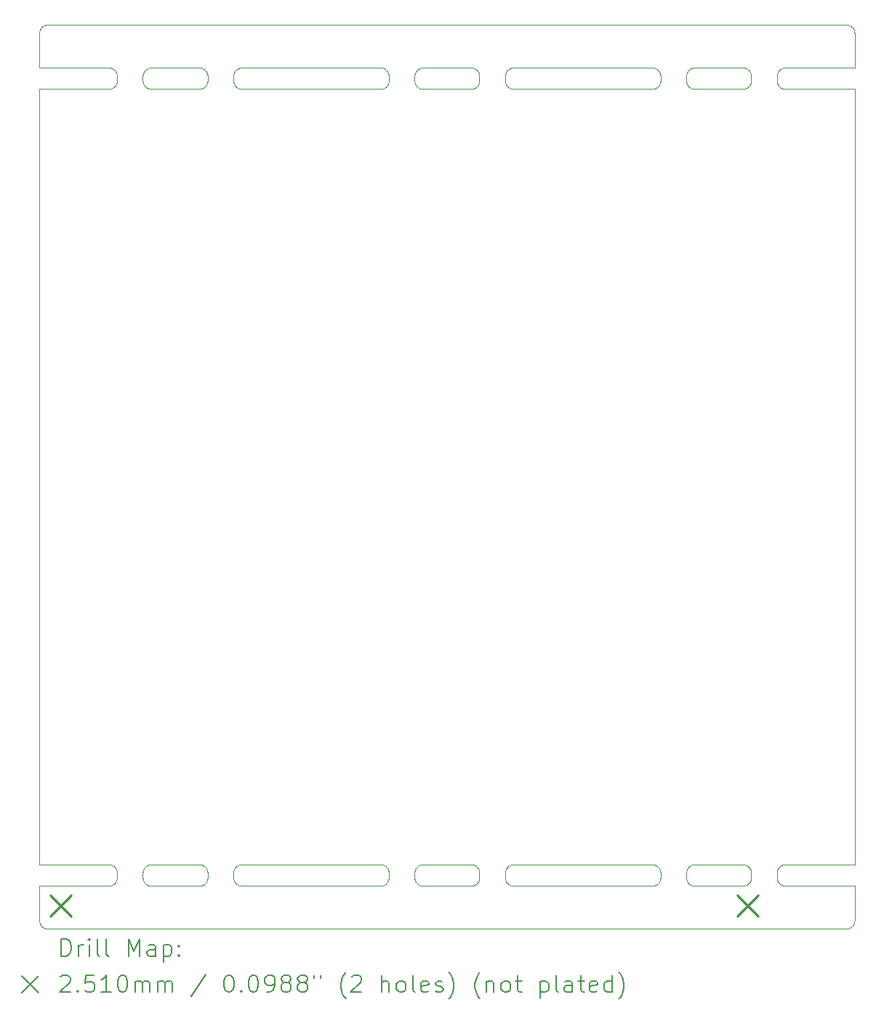
<source format=gbr>
%TF.GenerationSoftware,KiCad,Pcbnew,7.0.5*%
%TF.CreationDate,2023-08-02T13:00:32+02:00*%
%TF.ProjectId,actuator_panel,61637475-6174-46f7-925f-70616e656c2e,rev?*%
%TF.SameCoordinates,Original*%
%TF.FileFunction,Drillmap*%
%TF.FilePolarity,Positive*%
%FSLAX45Y45*%
G04 Gerber Fmt 4.5, Leading zero omitted, Abs format (unit mm)*
G04 Created by KiCad (PCBNEW 7.0.5) date 2023-08-02 13:00:32*
%MOMM*%
%LPD*%
G01*
G04 APERTURE LIST*
%ADD10C,0.100000*%
%ADD11C,0.200000*%
%ADD12C,0.251000*%
G04 APERTURE END LIST*
D10*
X18753614Y-12012464D02*
X18749172Y-12010495D01*
X10154308Y-12507561D02*
X10154329Y-12507573D01*
X14171428Y-2665526D02*
X14170597Y-2670314D01*
X18776974Y-2501072D02*
X18781796Y-2500477D01*
X14092814Y-12018097D02*
X14088026Y-12018928D01*
X10950828Y-2509505D02*
X10955168Y-2511690D01*
X18389533Y-2675055D02*
X18388237Y-2679738D01*
X10103239Y-2750042D02*
X10103192Y-2750056D01*
X12045815Y-2543999D02*
X12048415Y-2548104D01*
X15537005Y-2693328D02*
X15535036Y-2688886D01*
X15152555Y-2747033D02*
X15147814Y-2748097D01*
X18704190Y-2697668D02*
X18702005Y-2693328D01*
X14168237Y-2679738D02*
X14166712Y-2684352D01*
X19585677Y-2052896D02*
X19585654Y-2052853D01*
X19589869Y-12458234D02*
X19590293Y-12457136D01*
X15215810Y-11967668D02*
X15213415Y-11971896D01*
X15529402Y-2670314D02*
X15528572Y-2665526D01*
X17703148Y-2744213D02*
X17698614Y-2742464D01*
X15133358Y-2500120D02*
X15138204Y-2500477D01*
X10990815Y-2543999D02*
X10993415Y-2548104D01*
X10106508Y-2072162D02*
X10104720Y-2079300D01*
X17654185Y-2706001D02*
X17651585Y-2701896D01*
X11003237Y-11840262D02*
X11004533Y-11844945D01*
X19561830Y-12496493D02*
X19561849Y-12496477D01*
X10999964Y-2688886D02*
X10997995Y-2693328D01*
X10104241Y-12438295D02*
X10104245Y-12438319D01*
X15541585Y-11818104D02*
X15544185Y-11813999D01*
X12376585Y-2548104D02*
X12379185Y-2543999D01*
X18758148Y-2505787D02*
X18762762Y-2504263D01*
X15563695Y-2727528D02*
X15560016Y-2724354D01*
X12364402Y-11940314D02*
X12363572Y-11935526D01*
X10118735Y-12474525D02*
X10119365Y-12475520D01*
X19586217Y-2053970D02*
X19586206Y-2053948D01*
X14516499Y-2516685D02*
X14520604Y-2514085D01*
X19596519Y-2750006D02*
X19596297Y-2750000D01*
X11992238Y-2504263D02*
X11996852Y-2505787D01*
X10124468Y-2037546D02*
X10120084Y-2043457D01*
X10102816Y-2499719D02*
X10102852Y-2499752D01*
X10203703Y-2000000D02*
X10201299Y-2000059D01*
X17257814Y-2501903D02*
X17262555Y-2502967D01*
X14478287Y-11954352D02*
X14476763Y-11949738D01*
X15225597Y-2579686D02*
X15226428Y-2584474D01*
X15527500Y-11869012D02*
X15527500Y-11869012D01*
X14512526Y-2730517D02*
X14508695Y-2727528D01*
X12043017Y-2709974D02*
X12040028Y-2713805D01*
X12363572Y-11935526D02*
X12362977Y-11930704D01*
X17335597Y-2579686D02*
X17336428Y-2584474D01*
X12058237Y-11949738D02*
X12056712Y-11954352D01*
X11003237Y-2679738D02*
X11001713Y-2684352D01*
X19597110Y-2499783D02*
X19597148Y-2499752D01*
X15210815Y-11976001D02*
X15208017Y-11979974D01*
X15152555Y-12017033D02*
X15147814Y-12018097D01*
X19597388Y-2499444D02*
X19597409Y-2499400D01*
X19597458Y-11769261D02*
X19597470Y-11769214D01*
X15579832Y-12008310D02*
X15575604Y-12005915D01*
X12366763Y-2679738D02*
X12365467Y-2675055D01*
X10174638Y-12515986D02*
X10174662Y-12515992D01*
X14538148Y-12014212D02*
X14533614Y-12012464D01*
X14088026Y-11771072D02*
X14092814Y-11771902D01*
X18740604Y-11784085D02*
X18744832Y-11781690D01*
X19589850Y-12458279D02*
X19589869Y-12458234D01*
X11355604Y-2514085D02*
X11359832Y-2511690D01*
X10138151Y-12496477D02*
X10138170Y-12496493D01*
X15537005Y-11826672D02*
X15539190Y-11822332D01*
X11343695Y-2522472D02*
X11347526Y-2519483D01*
X12419172Y-12010495D02*
X12414832Y-12008310D01*
X17641763Y-2679738D02*
X17640467Y-2675055D01*
X19595280Y-12440699D02*
X19595286Y-12440676D01*
X15225597Y-11940314D02*
X15224533Y-11945055D01*
X10201274Y-2000060D02*
X10193924Y-2000421D01*
X10971305Y-11997528D02*
X10967474Y-12000517D01*
X19496273Y-2000000D02*
X10203727Y-2000000D01*
X19535734Y-2007631D02*
X19534636Y-2007207D01*
X12376585Y-11971896D02*
X12374190Y-11967668D01*
X19518199Y-12517780D02*
X19525338Y-12515992D01*
X19544604Y-12508177D02*
X19544647Y-12508154D01*
X10103383Y-12020013D02*
X10103334Y-12020020D01*
X15194984Y-11994354D02*
X15191305Y-11997528D01*
X18786642Y-12019880D02*
X18781796Y-12019523D01*
X11992238Y-11774263D02*
X11996852Y-11775787D01*
X12381983Y-2540026D02*
X12384972Y-2536195D01*
X19597219Y-2750316D02*
X19597184Y-2750281D01*
X11343695Y-11792472D02*
X11347526Y-11789483D01*
X19597339Y-2499530D02*
X19597365Y-2499487D01*
X18781796Y-2749523D02*
X18776974Y-2748928D01*
X10102506Y-11769019D02*
X10102508Y-11769068D01*
X15215810Y-11822332D02*
X15217995Y-11826672D01*
X17670016Y-2525646D02*
X17673695Y-2522472D01*
X17656983Y-2709974D02*
X17654185Y-2706001D01*
X12372005Y-11963328D02*
X12370036Y-11958885D01*
X18709185Y-11976001D02*
X18706585Y-11971896D01*
X15560016Y-11795646D02*
X15563695Y-11792472D01*
X19569035Y-2030199D02*
X19569018Y-2030181D01*
X14547445Y-12017033D02*
X14542762Y-12015737D01*
X15213415Y-11818104D02*
X15215810Y-11822332D01*
X15227380Y-11925858D02*
X15227023Y-11930704D01*
X17334533Y-11945055D02*
X17333237Y-11949738D01*
X17637500Y-2650988D02*
X17637500Y-2599012D01*
X12362619Y-11864142D02*
X12362977Y-11859296D01*
X10103162Y-12431016D02*
X10104241Y-12438295D01*
X10946386Y-2742464D02*
X10941852Y-2744213D01*
X14501497Y-11991003D02*
X14498146Y-11987484D01*
X18363503Y-11798997D02*
X18366854Y-11802516D01*
X15528572Y-11935526D02*
X15527977Y-11930704D01*
X15227023Y-2660704D02*
X15226428Y-2665526D01*
X17666497Y-2528997D02*
X17670016Y-2525646D01*
X14571512Y-11770000D02*
X15128488Y-11770000D01*
X11996852Y-11775787D02*
X12001385Y-11777536D01*
X17329964Y-2688886D02*
X17327995Y-2693328D01*
X17243358Y-2749880D02*
X17238488Y-2750000D01*
X17731642Y-2749880D02*
X17726796Y-2749523D01*
X19597079Y-2091424D02*
X19597077Y-2091399D01*
X11005597Y-2670314D02*
X11004533Y-2675055D01*
X10102520Y-2750834D02*
X10102513Y-2750883D01*
X14146854Y-11987484D02*
X14143503Y-11991003D01*
X17304984Y-2724354D02*
X17301305Y-2727528D01*
X19596944Y-12020112D02*
X19596900Y-12020091D01*
X15527619Y-2594142D02*
X15527977Y-2589296D01*
X10918204Y-2749523D02*
X10913358Y-2749880D01*
X19560939Y-12497262D02*
X19561830Y-12496493D01*
X18749172Y-2509505D02*
X18753614Y-2507536D01*
X18776974Y-2748928D02*
X18772186Y-2748097D01*
X18359984Y-2525646D02*
X18363503Y-2528997D01*
X18388237Y-2679738D02*
X18386713Y-2684352D01*
X11973204Y-11770477D02*
X11978026Y-11771072D01*
X10102508Y-11769068D02*
X10102513Y-11769117D01*
X10102520Y-11769165D02*
X10102530Y-11769214D01*
X12363572Y-2665526D02*
X12362977Y-2660704D01*
X12062500Y-2650988D02*
X12062380Y-2655858D01*
X10103703Y-11770000D02*
X10103727Y-11770000D01*
X10908488Y-2500000D02*
X10913358Y-2500120D01*
X10999964Y-2561114D02*
X11001713Y-2565648D01*
X17654185Y-2543999D02*
X17656983Y-2540026D01*
X15223237Y-11949738D02*
X15221712Y-11954352D01*
X14136305Y-2727528D02*
X14132474Y-2730517D01*
X11359832Y-11781690D02*
X11364172Y-11779505D01*
X17651585Y-2548104D02*
X17654185Y-2543999D01*
X11007500Y-11869012D02*
X11007500Y-11920988D01*
X18317555Y-11772967D02*
X18322238Y-11774263D01*
X10946386Y-12012464D02*
X10941852Y-12014212D01*
X14172380Y-2655858D02*
X14172023Y-2660704D01*
X18700036Y-11958885D02*
X18698287Y-11954352D01*
X18392023Y-11859296D02*
X18392380Y-11864142D01*
X19593172Y-2071004D02*
X19593158Y-2070957D01*
X17267238Y-12015737D02*
X17262555Y-12017033D01*
X11007500Y-2650988D02*
X11007380Y-2655858D01*
X14160810Y-11822332D02*
X14162995Y-11826672D01*
X12372005Y-11826672D02*
X12374190Y-11822332D01*
X10102542Y-11769261D02*
X10102556Y-11769308D01*
X17736512Y-12020000D02*
X17731642Y-12019880D01*
X14494972Y-2536195D02*
X14498146Y-2532516D01*
X11382445Y-2747033D02*
X11377762Y-2745737D01*
X12406499Y-2733315D02*
X12402526Y-2730517D01*
X17726796Y-11770477D02*
X17731642Y-11770119D01*
X14520604Y-12005915D02*
X14516499Y-12003315D01*
X17262555Y-12017033D02*
X17257814Y-12018097D01*
X18694403Y-2579686D02*
X18695467Y-2574945D01*
X18388237Y-11949738D02*
X18386713Y-11954352D01*
X19597500Y-2751203D02*
X19597494Y-2750981D01*
X18303204Y-2749523D02*
X18298358Y-2749880D01*
X19597283Y-2499610D02*
X19597312Y-2499570D01*
X15213415Y-2701896D02*
X15210815Y-2706001D01*
X10102661Y-2750470D02*
X10102635Y-2750513D01*
X15215810Y-2697668D02*
X15213415Y-2701896D01*
X15219964Y-11958885D02*
X15217995Y-11963328D01*
X17293501Y-11786685D02*
X17297474Y-11789483D01*
X14078358Y-11770119D02*
X14083204Y-11770477D01*
X17271852Y-11775787D02*
X17276386Y-11777536D01*
X10156448Y-12508706D02*
X10156470Y-12508717D01*
X14158415Y-11818104D02*
X14160810Y-11822332D01*
X14505016Y-2525646D02*
X14508695Y-2522472D01*
X14542762Y-2504263D02*
X14547445Y-2502967D01*
X17337023Y-11859296D02*
X17337380Y-11864142D01*
X18356305Y-11997528D02*
X18352474Y-12000517D01*
X17639403Y-2579686D02*
X17640467Y-2574945D01*
X10164266Y-2007631D02*
X10164221Y-2007649D01*
X19597428Y-12020645D02*
X19597409Y-12020600D01*
X12446974Y-12018928D02*
X12442186Y-12018097D01*
X19596761Y-11769958D02*
X19596808Y-11769944D01*
X10104720Y-2079300D02*
X10104714Y-2079324D01*
X12428148Y-2505787D02*
X12432762Y-2504263D01*
X17329964Y-2561114D02*
X17331713Y-2565648D01*
X12402526Y-2519483D02*
X12406499Y-2516685D01*
X10110131Y-2061766D02*
X10109707Y-2062864D01*
X15571499Y-2516685D02*
X15575604Y-2514085D01*
X18698287Y-11954352D02*
X18696763Y-11949738D01*
X12406499Y-2516685D02*
X12410604Y-2514085D01*
X11311763Y-11840262D02*
X11313287Y-11835648D01*
X11406512Y-2500000D02*
X11963488Y-2500000D01*
X10146939Y-2016892D02*
X10145977Y-2017570D01*
X10997995Y-11826672D02*
X10999964Y-11831114D01*
X19536855Y-2008126D02*
X19535779Y-2007649D01*
X19596808Y-2499944D02*
X19596854Y-2499928D01*
X18390597Y-2579686D02*
X18391428Y-2584474D01*
X18718146Y-11802516D02*
X18721497Y-11798997D01*
X10102688Y-2750430D02*
X10102661Y-2750470D01*
X18695467Y-11844945D02*
X18696763Y-11840262D01*
X12018501Y-11786685D02*
X12022474Y-11789483D01*
X12061428Y-2584474D02*
X12062023Y-2589296D01*
X14529172Y-11779505D02*
X14533614Y-11777536D01*
X14124396Y-12005915D02*
X14120168Y-12008310D01*
X15226428Y-2584474D02*
X15227023Y-2589296D01*
X14128501Y-2516685D02*
X14132474Y-2519483D01*
X15621642Y-2749880D02*
X15616796Y-2749523D01*
X10107211Y-2069839D02*
X10106842Y-2070957D01*
X10102781Y-2499684D02*
X10102816Y-2499719D01*
X14482005Y-11826672D02*
X14484190Y-11822332D01*
X14478287Y-2565648D02*
X14480036Y-2561114D01*
X17331713Y-11954352D02*
X17329964Y-11958885D01*
X15201854Y-2532516D02*
X15205028Y-2536195D01*
X10955168Y-2511690D02*
X10959396Y-2514085D01*
X17318017Y-11810026D02*
X17320815Y-11813999D01*
X17721974Y-2501072D02*
X17726796Y-2500477D01*
X17637620Y-2655858D02*
X17637500Y-2650988D01*
X19508516Y-12519338D02*
X19515795Y-12518259D01*
X17637500Y-11869012D02*
X17637620Y-11864142D01*
X19525338Y-2004008D02*
X19518199Y-2002220D01*
X11007023Y-11930704D02*
X11006428Y-11935526D01*
X17647005Y-11963328D02*
X17645036Y-11958885D01*
X10103703Y-2750000D02*
X10103481Y-2750006D01*
X19579916Y-2043457D02*
X19575532Y-2037546D01*
X17670016Y-2724354D02*
X17666497Y-2721003D01*
X11329972Y-2713805D02*
X11326983Y-2709974D01*
X19597441Y-12421201D02*
X19597500Y-12418797D01*
X17637977Y-2660704D02*
X17637620Y-2655858D01*
X19585061Y-2051808D02*
X19581278Y-2045496D01*
X11351499Y-12003315D02*
X11347526Y-12000517D01*
X14172023Y-2589296D02*
X14172380Y-2594142D01*
X19597283Y-12020390D02*
X19597252Y-12020352D01*
X12052995Y-11826672D02*
X12054964Y-11831114D01*
X14475467Y-2574945D02*
X14476763Y-2570262D01*
X14486585Y-2701896D02*
X14484190Y-2697668D01*
X15571499Y-12003315D02*
X15567526Y-12000517D01*
X12376585Y-2701896D02*
X12374190Y-2697668D01*
X19589373Y-12459355D02*
X19589850Y-12458279D01*
X11396796Y-2500477D02*
X11401642Y-2500120D01*
X10102572Y-2750646D02*
X10102556Y-2750692D01*
X19597500Y-12418773D02*
X19597500Y-12021227D01*
X10103192Y-2499944D02*
X10103239Y-2499958D01*
X12398695Y-11997528D02*
X12395016Y-11994354D01*
X14088026Y-12018928D02*
X14083204Y-12019523D01*
X19515795Y-2001741D02*
X19508516Y-2000662D01*
X10173457Y-12515658D02*
X10173504Y-12515672D01*
X17721974Y-11771072D02*
X17726796Y-11770477D01*
X18692977Y-2660704D02*
X18692620Y-2655858D01*
X15528572Y-2665526D02*
X15527977Y-2660704D01*
X18391428Y-2665526D02*
X18390597Y-2670314D01*
X10114939Y-12468192D02*
X10118722Y-12474504D01*
X11313287Y-11954352D02*
X11311763Y-11949738D01*
X10102500Y-12021227D02*
X10102500Y-12418773D01*
X11307977Y-11930704D02*
X11307619Y-11925858D01*
X15571499Y-2733315D02*
X15567526Y-2730517D01*
X12059533Y-2675055D02*
X12058237Y-2679738D01*
X11007380Y-2594142D02*
X11007500Y-2599012D01*
X11992238Y-2745737D02*
X11987555Y-2747033D01*
X12366763Y-2570262D02*
X12368287Y-2565648D01*
X11963488Y-11770000D02*
X11963488Y-11770000D01*
X18772186Y-2501903D02*
X18776974Y-2501072D01*
X19574762Y-12483439D02*
X19574793Y-12483401D01*
X10102717Y-2750390D02*
X10102688Y-2750430D01*
X12043017Y-11979974D02*
X12040028Y-11983805D01*
X15191305Y-2522472D02*
X15194984Y-2525646D01*
X10999964Y-11831114D02*
X11001713Y-11835648D01*
X19506076Y-2000421D02*
X19498726Y-2000060D01*
X12446974Y-11771072D02*
X12451796Y-11770477D01*
X10107211Y-12450161D02*
X10107219Y-12450184D01*
X17335597Y-11849686D02*
X17336428Y-11854474D01*
X12033503Y-11991003D02*
X12029984Y-11994354D01*
X12402526Y-11789483D02*
X12406499Y-11786685D01*
X10102930Y-12020188D02*
X10102890Y-12020217D01*
X10163122Y-2008137D02*
X10156470Y-2011283D01*
X17334533Y-2574945D02*
X17335597Y-2579686D01*
X12014396Y-12005915D02*
X12010168Y-12008310D01*
X10154308Y-2012439D02*
X10147996Y-2016222D01*
X14136305Y-2522472D02*
X14139984Y-2525646D01*
X19552025Y-2016235D02*
X19552004Y-2016222D01*
X19597365Y-12020512D02*
X19597339Y-12020470D01*
X15621642Y-12019880D02*
X15616796Y-12019523D01*
X10131793Y-12490672D02*
X10131828Y-12490706D01*
X10102591Y-12020600D02*
X10102572Y-12020645D01*
X14171428Y-11854474D02*
X14172023Y-11859296D01*
X19527661Y-12515288D02*
X19527684Y-12515280D01*
X18706585Y-11971896D02*
X18704190Y-11967668D01*
X12061428Y-2665526D02*
X12060597Y-2670314D01*
X12410604Y-12005915D02*
X12406499Y-12003315D01*
X15213415Y-11971896D02*
X15210815Y-11976001D01*
X10163145Y-12511873D02*
X10164221Y-12512350D01*
X18326852Y-11775787D02*
X18331386Y-11777536D01*
X14494972Y-11983805D02*
X14491983Y-11979974D01*
X14172500Y-2599012D02*
X14172500Y-2650988D01*
X10126007Y-12484330D02*
X10126023Y-12484349D01*
X12456642Y-12019880D02*
X12451796Y-12019523D01*
X11373148Y-2744213D02*
X11368614Y-2742464D01*
X15549972Y-11983805D02*
X15546983Y-11979974D01*
X17645036Y-11958885D02*
X17643287Y-11954352D01*
X17318017Y-2709974D02*
X17315028Y-2713805D01*
X18370028Y-2536195D02*
X18373017Y-2540026D01*
X10103727Y-12020000D02*
X10103703Y-12020000D01*
X15529402Y-11849686D02*
X15530467Y-11844945D01*
X19596714Y-11769970D02*
X19596761Y-11769958D01*
X10102500Y-12021203D02*
X10102500Y-12021227D01*
X12022474Y-11789483D02*
X12026305Y-11792472D01*
X19567319Y-12491518D02*
X19568172Y-12490706D01*
X10103162Y-2088984D02*
X10103158Y-2089009D01*
X15226428Y-2665526D02*
X15225597Y-2670314D01*
X18740604Y-2514085D02*
X18744832Y-2511690D01*
X14168237Y-2570262D02*
X14169533Y-2574945D01*
X14172500Y-11920988D02*
X14172380Y-11925858D01*
X11308572Y-2665526D02*
X11307977Y-2660704D01*
X11359832Y-12008310D02*
X11355604Y-12005915D01*
X15529402Y-11940314D02*
X15528572Y-11935526D01*
X18772186Y-2748097D02*
X18767445Y-2747033D01*
X17327995Y-2556672D02*
X17329964Y-2561114D01*
X10114939Y-2051808D02*
X10114926Y-2051829D01*
X18732526Y-2730517D02*
X18728695Y-2727528D01*
X19516979Y-2001946D02*
X19515819Y-2001745D01*
X17637500Y-2599012D02*
X17637620Y-2594142D01*
X18344396Y-2514085D02*
X18348501Y-2516685D01*
X10201299Y-2000059D02*
X10201274Y-2000060D01*
X10103146Y-2499928D02*
X10103192Y-2499944D01*
X17637977Y-2589296D02*
X17638572Y-2584474D01*
X10118722Y-2045496D02*
X10114939Y-2051808D01*
X15553146Y-2532516D02*
X15556497Y-2528997D01*
X11307619Y-11925858D02*
X11307500Y-11920988D01*
X12374190Y-2552332D02*
X12376585Y-2548104D01*
X10118735Y-2045475D02*
X10118722Y-2045496D01*
X12362619Y-2594142D02*
X12362977Y-2589296D01*
X10147975Y-2016235D02*
X10146980Y-2016865D01*
X17271852Y-2744213D02*
X17267238Y-2745737D01*
X10937238Y-2745737D02*
X10932555Y-2747033D01*
X11317005Y-2693328D02*
X11315036Y-2688886D01*
X19573977Y-12484349D02*
X19573993Y-12484330D01*
X15537005Y-2556672D02*
X15539190Y-2552332D01*
X11978026Y-2501072D02*
X11982814Y-2501903D01*
X14170597Y-2670314D02*
X14169533Y-2675055D01*
X15187474Y-11789483D02*
X15191305Y-11792472D01*
X12398695Y-2727528D02*
X12395016Y-2724354D01*
X19596838Y-2088984D02*
X19595759Y-2081705D01*
X17285168Y-12008310D02*
X17280828Y-12010495D01*
X15535036Y-11958885D02*
X15533287Y-11954352D01*
X19496297Y-2000000D02*
X19496273Y-2000000D01*
X10927814Y-2748097D02*
X10923026Y-2748928D01*
X17297474Y-11789483D02*
X17301305Y-11792472D01*
X15208017Y-2709974D02*
X15205028Y-2713805D01*
X10163145Y-2008126D02*
X10163122Y-2008137D01*
X10102556Y-11769308D02*
X10102572Y-11769354D01*
X17707762Y-11774263D02*
X17712445Y-11772967D01*
X10103014Y-2090177D02*
X10103009Y-2090226D01*
X10950828Y-11779505D02*
X10955168Y-11781690D01*
X14073488Y-2750000D02*
X12461512Y-2750000D01*
X19536878Y-12511863D02*
X19543530Y-12508717D01*
X15593148Y-2744213D02*
X15588614Y-2742464D01*
X17726796Y-12019523D02*
X17721974Y-12018928D01*
X17694172Y-12010495D02*
X17689832Y-12008310D01*
X10173504Y-2004328D02*
X10173457Y-2004342D01*
X19595553Y-12439479D02*
X19595755Y-12438319D01*
X17333237Y-2570262D02*
X17334533Y-2574945D01*
X10103056Y-2750112D02*
X10103013Y-2750135D01*
X15549972Y-2713805D02*
X15546983Y-2709974D01*
X17315028Y-2536195D02*
X17318017Y-2540026D01*
X10102661Y-2499530D02*
X10102688Y-2499570D01*
X18340168Y-11781690D02*
X18344396Y-11784085D01*
X10981854Y-2532516D02*
X10985028Y-2536195D01*
X17640467Y-11844945D02*
X17641763Y-11840262D01*
X11004533Y-2574945D02*
X11005597Y-2579686D01*
X18386713Y-2565648D02*
X18388237Y-2570262D01*
X12026305Y-2727528D02*
X12022474Y-2730517D01*
X14542762Y-12015737D02*
X14538148Y-12014212D01*
X19507274Y-12519490D02*
X19507323Y-12519486D01*
X17243358Y-11770119D02*
X17248204Y-11770477D01*
X11391974Y-2501072D02*
X11396796Y-2500477D01*
X19596986Y-12429823D02*
X19596991Y-12429774D01*
X17639403Y-2670314D02*
X17638572Y-2665526D01*
X12370036Y-11831114D02*
X12372005Y-11826672D01*
X17685604Y-2735915D02*
X17681499Y-2733315D01*
X11996852Y-2744213D02*
X11992238Y-2745737D01*
X17297474Y-12000517D02*
X17293501Y-12003315D01*
X10103383Y-2499987D02*
X10103432Y-2499992D01*
X19596297Y-11770000D02*
X19596519Y-11769994D01*
X15170828Y-2740495D02*
X15166385Y-2742464D01*
X15225597Y-11849686D02*
X15226428Y-11854474D01*
X14508695Y-11792472D02*
X14512526Y-11789483D01*
X17663146Y-2717484D02*
X17659972Y-2713805D01*
X19596761Y-2750042D02*
X19596714Y-2750030D01*
X10119392Y-2044439D02*
X10119365Y-2044480D01*
X18335828Y-11779505D02*
X18340168Y-11781690D01*
X11973204Y-2749523D02*
X11968358Y-2749880D01*
X18693572Y-11854474D02*
X18694403Y-11849686D01*
X17677526Y-11789483D02*
X17681499Y-11786685D01*
X12437445Y-11772967D02*
X12442186Y-11771902D01*
X11973204Y-2500477D02*
X11978026Y-2501072D01*
X18692977Y-11930704D02*
X18692620Y-11925858D01*
X15183501Y-11786685D02*
X15187474Y-11789483D01*
X15556497Y-11798997D02*
X15560016Y-11795646D01*
X11396796Y-12019523D02*
X11391974Y-12018928D01*
X19553061Y-2016892D02*
X19553020Y-2016865D01*
X10103239Y-2499958D02*
X10103286Y-2499970D01*
X15539190Y-11822332D02*
X15541585Y-11818104D01*
X14164964Y-2688886D02*
X14162995Y-2693328D01*
X18312814Y-2748097D02*
X18308026Y-2748928D01*
X19593492Y-12447838D02*
X19595280Y-12440699D01*
X18695467Y-2675055D02*
X18694403Y-2670314D01*
X15560016Y-2525646D02*
X15563695Y-2522472D01*
X15161852Y-2505787D02*
X15166385Y-2507536D01*
X14172380Y-11925858D02*
X14172023Y-11930704D01*
X10106828Y-12448996D02*
X10106842Y-12449043D01*
X19525338Y-12515992D02*
X19525362Y-12515986D01*
X18696763Y-11840262D02*
X18698287Y-11835648D01*
X12036854Y-11802516D02*
X12040028Y-11806195D01*
X15213415Y-2548104D02*
X15215810Y-2552332D01*
X19596838Y-12431016D02*
X19596842Y-12430991D01*
X17285168Y-11781690D02*
X17289396Y-11784085D01*
X17257814Y-11771902D02*
X17262555Y-11772967D01*
X10113794Y-2053948D02*
X10113783Y-2053970D01*
X11978026Y-11771072D02*
X11982814Y-11771902D01*
X11003237Y-11949738D02*
X11001713Y-11954352D01*
X14486585Y-11818104D02*
X14489185Y-11813999D01*
X19597110Y-2750217D02*
X19597070Y-2750188D01*
X15198503Y-11798997D02*
X15201854Y-11802516D01*
X19581265Y-2045475D02*
X19580635Y-2044480D01*
X14512526Y-2519483D02*
X14516499Y-2516685D01*
X15593148Y-12014212D02*
X15588614Y-12012464D01*
X19559954Y-12498032D02*
X19559973Y-12498017D01*
X10164266Y-12512369D02*
X10165364Y-12512793D01*
X15553146Y-2717484D02*
X15549972Y-2713805D01*
X12033503Y-2528997D02*
X12036854Y-2532516D01*
X18388237Y-2570262D02*
X18389533Y-2574945D01*
X12033503Y-2721003D02*
X12029984Y-2724354D01*
X15546983Y-2709974D02*
X15544185Y-2706001D01*
X19597079Y-12428576D02*
X19597440Y-12421226D01*
X14484190Y-2697668D02*
X14482005Y-2693328D01*
X15602445Y-2502967D02*
X15607186Y-2501903D01*
X17333237Y-2679738D02*
X17331713Y-2684352D01*
X17639403Y-11940314D02*
X17638572Y-11935526D01*
X10102688Y-11769570D02*
X10102717Y-11769610D01*
X17262555Y-11772967D02*
X17267238Y-11774263D01*
X10104447Y-2080521D02*
X10104245Y-2081681D01*
X18706585Y-11818104D02*
X18709185Y-11813999D01*
X17304984Y-11994354D02*
X17301305Y-11997528D01*
X10988017Y-11810026D02*
X10990815Y-11813999D01*
X12391497Y-2721003D02*
X12388146Y-2717484D01*
X12048415Y-2701896D02*
X12045815Y-2706001D01*
X11396796Y-2749523D02*
X11391974Y-2748928D01*
X15183501Y-12003315D02*
X15179396Y-12005915D01*
X17333237Y-11949738D02*
X17331713Y-11954352D01*
X18758148Y-2744213D02*
X18753614Y-2742464D01*
X15611974Y-2748928D02*
X15607186Y-2748097D01*
X12368287Y-11954352D02*
X12366763Y-11949738D01*
X15217995Y-11963328D02*
X15215810Y-11967668D01*
X11368614Y-11777536D02*
X11373148Y-11775787D01*
X10102500Y-12418797D02*
X10102559Y-12421201D01*
X18702005Y-2693328D02*
X18700036Y-2688886D01*
X14170597Y-11940314D02*
X14169533Y-11945055D01*
X10102688Y-12020430D02*
X10102661Y-12020470D01*
X19580608Y-2044439D02*
X19579930Y-2043477D01*
X10163122Y-12511863D02*
X10163145Y-12511873D01*
X18711983Y-2709974D02*
X18709185Y-2706001D01*
X10103146Y-11769927D02*
X10103192Y-11769944D01*
X19589869Y-2061766D02*
X19589850Y-2061721D01*
X19597494Y-2750981D02*
X19597492Y-2750932D01*
X10102612Y-11769444D02*
X10102635Y-11769487D01*
X10103239Y-11769958D02*
X10103286Y-11769970D01*
X14132474Y-2730517D02*
X14128501Y-2733315D01*
X18744832Y-11781690D02*
X18749172Y-11779505D01*
X10985028Y-2713805D02*
X10981854Y-2717484D01*
X19597500Y-2101203D02*
X19597441Y-2098799D01*
X10110627Y-12459355D02*
X10110637Y-12459378D01*
X10103009Y-2090226D02*
X10102923Y-2091399D01*
X11311763Y-2570262D02*
X11313287Y-2565648D01*
X18749172Y-11779505D02*
X18753614Y-11777536D01*
X17323415Y-2548104D02*
X17325810Y-2552332D01*
X15166385Y-2742464D02*
X15161852Y-2744213D01*
X14520604Y-2514085D02*
X14524832Y-2511690D01*
X11343695Y-2727528D02*
X11340016Y-2724354D01*
X14160810Y-2697668D02*
X14158415Y-2701896D01*
X18331386Y-11777536D02*
X18335828Y-11779505D01*
X10103100Y-2499909D02*
X10103146Y-2499928D01*
X19597030Y-2750161D02*
X19596987Y-2750135D01*
X12005828Y-2509505D02*
X12010168Y-2511690D01*
X18382995Y-2556672D02*
X18384964Y-2561114D01*
X17293501Y-12003315D02*
X17289396Y-12005915D01*
X15531763Y-2570262D02*
X15533287Y-2565648D01*
X12029984Y-2724354D02*
X12026305Y-2727528D01*
X14120168Y-11781690D02*
X14124396Y-11784085D01*
X14505016Y-11994354D02*
X14501497Y-11991003D01*
X10113783Y-2053970D02*
X10110637Y-2060622D01*
X10927814Y-2501903D02*
X10932555Y-2502967D01*
X19597492Y-2499068D02*
X19597494Y-2499019D01*
X14571512Y-2750000D02*
X14566642Y-2749880D01*
X19527684Y-2004719D02*
X19527661Y-2004711D01*
X18370028Y-11806195D02*
X18373017Y-11810026D01*
X11006428Y-2665526D02*
X11005597Y-2670314D01*
X10981854Y-2717484D02*
X10978503Y-2721003D01*
X12395016Y-11795646D02*
X12398695Y-11792472D01*
X19585061Y-12468192D02*
X19585074Y-12468171D01*
X15205028Y-11983805D02*
X15201854Y-11987484D01*
X12388146Y-2532516D02*
X12391497Y-2528997D01*
X14139984Y-2724354D02*
X14136305Y-2727528D01*
X17293501Y-2733315D02*
X17289396Y-2735915D01*
X10102717Y-11769610D02*
X10102748Y-11769648D01*
X10103481Y-2499994D02*
X10103703Y-2500000D01*
X10102508Y-2499068D02*
X10102513Y-2499117D01*
X17659972Y-2536195D02*
X17663146Y-2532516D01*
X18753614Y-2507536D02*
X18758148Y-2505787D01*
X12391497Y-11991003D02*
X12388146Y-11987484D01*
X10967474Y-2519483D02*
X10971305Y-2522472D01*
X19596987Y-2499865D02*
X19597030Y-2499839D01*
X10103239Y-12020042D02*
X10103192Y-12020056D01*
X18298358Y-11770119D02*
X18303204Y-11770477D01*
X14542762Y-11774263D02*
X14547445Y-11772967D01*
X18382995Y-11826672D02*
X18384964Y-11831114D01*
X10124468Y-12482453D02*
X10124483Y-12482473D01*
X19597444Y-12020692D02*
X19597428Y-12020645D01*
X19560901Y-2022707D02*
X19559973Y-2021983D01*
X19597339Y-12020470D02*
X19597312Y-12020430D01*
X14111385Y-11777536D02*
X14115828Y-11779505D01*
X14542762Y-2745737D02*
X14538148Y-2744213D01*
X11324185Y-2706001D02*
X11321585Y-2701896D01*
X11340016Y-11795646D02*
X11343695Y-11792472D01*
X10103100Y-2750091D02*
X10103056Y-2750112D01*
X18696763Y-2679738D02*
X18695467Y-2675055D01*
X18293488Y-11770000D02*
X18298358Y-11770119D01*
X19585074Y-12468171D02*
X19585654Y-12467147D01*
X17331713Y-11835648D02*
X17333237Y-11840262D01*
X10102781Y-2750316D02*
X10102748Y-2750352D01*
X19596987Y-2750135D02*
X19596944Y-2750112D01*
X10978503Y-2528997D02*
X10981854Y-2532516D01*
X15194984Y-11795646D02*
X15198503Y-11798997D01*
X10103056Y-2499888D02*
X10103100Y-2499909D01*
X18370028Y-11983805D02*
X18366854Y-11987484D01*
X15539190Y-2552332D02*
X15541585Y-2548104D01*
X10102559Y-12421201D02*
X10102560Y-12421226D01*
X12050810Y-11822332D02*
X12052995Y-11826672D01*
X14520604Y-2735915D02*
X14516499Y-2733315D01*
X15584172Y-2740495D02*
X15579832Y-2738310D01*
X19597070Y-2750188D02*
X19597030Y-2750161D01*
X12437445Y-12017033D02*
X12432762Y-12015737D01*
X17689832Y-2511690D02*
X17694172Y-2509505D01*
X10126023Y-12484349D02*
X10130965Y-12489801D01*
X19596900Y-2499909D02*
X19596944Y-2499888D01*
X18694403Y-2670314D02*
X18693572Y-2665526D01*
X18293488Y-2500000D02*
X18298358Y-2500120D01*
X17304984Y-11795646D02*
X17308503Y-11798997D01*
X12036854Y-11987484D02*
X12033503Y-11991003D01*
X14484190Y-11822332D02*
X14486585Y-11818104D01*
X10102500Y-2101203D02*
X10102500Y-2101227D01*
X12040028Y-2713805D02*
X12036854Y-2717484D01*
X19596808Y-12020056D02*
X19596761Y-12020042D01*
X10102635Y-11769487D02*
X10102661Y-11769529D01*
X12381983Y-11979974D02*
X12379185Y-11976001D01*
X15584172Y-11779505D02*
X15588614Y-11777536D01*
X11406512Y-11770000D02*
X11963488Y-11770000D01*
X10173504Y-12515672D02*
X10174638Y-12515986D01*
X14501497Y-11798997D02*
X14505016Y-11795646D01*
X17248204Y-11770477D02*
X17253026Y-11771072D01*
X10932555Y-2747033D02*
X10927814Y-2748097D01*
X10102930Y-11769812D02*
X10102970Y-11769839D01*
X14153017Y-2540026D02*
X14155815Y-2543999D01*
X10104241Y-2081705D02*
X10103162Y-2088984D01*
X19569018Y-12489819D02*
X19569035Y-12489801D01*
X17643287Y-11954352D02*
X17641763Y-11949738D01*
X19597444Y-2499308D02*
X19597458Y-2499261D01*
X19515819Y-12518255D02*
X19516979Y-12518053D01*
X10102923Y-12428600D02*
X10103009Y-12429774D01*
X10156470Y-12508717D02*
X10163122Y-12511863D01*
X10908488Y-2750000D02*
X10103727Y-2750000D01*
X18692620Y-11864142D02*
X18692977Y-11859296D01*
X12054964Y-11958885D02*
X12052995Y-11963328D01*
X11307500Y-11869012D02*
X11307619Y-11864142D01*
X12060597Y-11940314D02*
X12059533Y-11945055D01*
X19553020Y-12503135D02*
X19553061Y-12503108D01*
X17301305Y-2727528D02*
X17297474Y-2730517D01*
X19596617Y-2499987D02*
X19596666Y-2499980D01*
X10967474Y-11789483D02*
X10971305Y-11792472D01*
X18740604Y-2735915D02*
X18736499Y-2733315D01*
X19596761Y-12020042D02*
X19596714Y-12020030D01*
X15224533Y-2574945D02*
X15225597Y-2579686D01*
X14164964Y-2561114D02*
X14166712Y-2565648D01*
X15527500Y-2599012D02*
X15527500Y-2599012D01*
X14073488Y-11770000D02*
X14078358Y-11770119D01*
X15544185Y-11976001D02*
X15541585Y-11971896D01*
X10114346Y-12467147D02*
X10114926Y-12468171D01*
X17323415Y-11818104D02*
X17325810Y-11822332D01*
X12410604Y-2735915D02*
X12406499Y-2733315D01*
X15217995Y-2556672D02*
X15219964Y-2561114D01*
X19597494Y-12020981D02*
X19597492Y-12020932D01*
X19567301Y-12491535D02*
X19567319Y-12491518D01*
X18384964Y-2561114D02*
X18386713Y-2565648D01*
X19597365Y-2750513D02*
X19597339Y-2750470D01*
X17717186Y-2748097D02*
X17712445Y-2747033D01*
X19597339Y-11769529D02*
X19597365Y-11769487D01*
X12040028Y-2536195D02*
X12043017Y-2540026D01*
X14491983Y-2540026D02*
X14494972Y-2536195D01*
X10103286Y-12020030D02*
X10103239Y-12020042D01*
X12005828Y-11779505D02*
X12010168Y-11781690D01*
X14092814Y-2501903D02*
X14097555Y-2502967D01*
X14501497Y-2721003D02*
X14498146Y-2717484D01*
X14489185Y-2706001D02*
X14486585Y-2701896D01*
X15128488Y-11770000D02*
X15133358Y-11770119D01*
X18762762Y-12015737D02*
X18758148Y-12014212D01*
X18386713Y-11835648D02*
X18388237Y-11840262D01*
X15588614Y-2507536D02*
X15593148Y-2505787D01*
X18700036Y-2688886D02*
X18698287Y-2684352D01*
X19596297Y-2750000D02*
X19596273Y-2750000D01*
X11307619Y-2655858D02*
X11307500Y-2650988D01*
X17726796Y-2500477D02*
X17731642Y-2500120D01*
X15179396Y-2735915D02*
X15175168Y-2738310D01*
X19517027Y-2001956D02*
X19516979Y-2001946D01*
X12050810Y-11967668D02*
X12048415Y-11971896D01*
X17685604Y-2514085D02*
X17689832Y-2511690D01*
X18352474Y-2519483D02*
X18356305Y-2522472D01*
X18721497Y-11991003D02*
X18718146Y-11987484D01*
X17293501Y-2516685D02*
X17297474Y-2519483D01*
X10995810Y-2697668D02*
X10993415Y-2701896D01*
X18694403Y-11849686D02*
X18695467Y-11844945D01*
X18344396Y-12005915D02*
X18340168Y-12008310D01*
X12056712Y-2684352D02*
X12054964Y-2688886D01*
X12010168Y-2511690D02*
X12014396Y-2514085D01*
X15567526Y-2730517D02*
X15563695Y-2727528D01*
X15219964Y-2688886D02*
X15217995Y-2693328D01*
X15143026Y-12018928D02*
X15138204Y-12019523D01*
X19579930Y-12476523D02*
X19580608Y-12475560D01*
X19596854Y-2750072D02*
X19596808Y-2750056D01*
X15138204Y-2500477D02*
X15143026Y-2501072D01*
X14150028Y-2536195D02*
X14153017Y-2540026D01*
X14516499Y-12003315D02*
X14512526Y-12000517D01*
X17647005Y-2556672D02*
X17649190Y-2552332D01*
X19559954Y-2021968D02*
X19554043Y-2017584D01*
X11982814Y-12018097D02*
X11978026Y-12018928D01*
X10955168Y-11781690D02*
X10959396Y-11784085D01*
X10963501Y-2733315D02*
X10959396Y-2735915D01*
X15588614Y-2742464D02*
X15584172Y-2740495D01*
X17689832Y-11781690D02*
X17694172Y-11779505D01*
X11963488Y-2500000D02*
X11963488Y-2500000D01*
X10156448Y-2011294D02*
X10155396Y-2011823D01*
X18714972Y-2713805D02*
X18711983Y-2709974D01*
X14170597Y-2579686D02*
X14171428Y-2584474D01*
X17717186Y-11771902D02*
X17721974Y-11771072D01*
X19535779Y-2007649D02*
X19535734Y-2007631D01*
X12362619Y-11925858D02*
X12362500Y-11920988D01*
X17736512Y-2750000D02*
X17731642Y-2749880D01*
X10140046Y-2021968D02*
X10140027Y-2021983D01*
X10145977Y-12502430D02*
X10146939Y-12503108D01*
X11307977Y-2660704D02*
X11307619Y-2655858D01*
X15556497Y-2721003D02*
X15553146Y-2717484D01*
X15201854Y-2717484D02*
X15198503Y-2721003D01*
X11307500Y-2599012D02*
X11307619Y-2594142D01*
X14073488Y-2500000D02*
X14078358Y-2500120D01*
X19597184Y-2750281D02*
X19597148Y-2750248D01*
X15227023Y-2589296D02*
X15227380Y-2594142D01*
X15602445Y-12017033D02*
X15597762Y-12015737D01*
X19596808Y-2750056D02*
X19596761Y-2750042D01*
X15621642Y-2500120D02*
X15626512Y-2500000D01*
X11987555Y-12017033D02*
X11982814Y-12018097D01*
X14139984Y-11795646D02*
X14143503Y-11798997D01*
X10104720Y-12440699D02*
X10106508Y-12447838D01*
X14566642Y-2500120D02*
X14571512Y-2500000D01*
X15531763Y-11840262D02*
X15533287Y-11835648D01*
X11351499Y-2733315D02*
X11347526Y-2730517D01*
X10183021Y-12518053D02*
X10184181Y-12518255D01*
X15535036Y-11831114D02*
X15537005Y-11826672D01*
X19592789Y-2069839D02*
X19592781Y-2069816D01*
X14158415Y-2548104D02*
X14160810Y-2552332D01*
X10932555Y-11772967D02*
X10937238Y-11774263D01*
X19560939Y-2022738D02*
X19560901Y-2022707D01*
X15597762Y-11774263D02*
X15602445Y-11772967D01*
X11319190Y-11822332D02*
X11321585Y-11818104D01*
X11978026Y-2748928D02*
X11973204Y-2749523D01*
X10103383Y-2750013D02*
X10103334Y-2750020D01*
X17311854Y-11802516D02*
X17315028Y-11806195D01*
X18714972Y-2536195D02*
X18718146Y-2532516D01*
X12379185Y-2706001D02*
X12376585Y-2701896D01*
X12366763Y-11840262D02*
X12368287Y-11835648D01*
X10181824Y-2002214D02*
X10181801Y-2002220D01*
X10103481Y-11769994D02*
X10103703Y-11770000D01*
X19597470Y-11769214D02*
X19597480Y-11769165D01*
X19581278Y-12474504D02*
X19585061Y-12468192D01*
X14508695Y-2727528D02*
X14505016Y-2724354D01*
X19597480Y-2750834D02*
X19597470Y-2750786D01*
X12005828Y-2740495D02*
X12001385Y-2742464D01*
X14472500Y-11869012D02*
X14472619Y-11864142D01*
X10913358Y-2500120D02*
X10918204Y-2500477D01*
X19552025Y-12503765D02*
X19553020Y-12503135D01*
X12374190Y-11822332D02*
X12376585Y-11818104D01*
X15546983Y-11979974D02*
X15544185Y-11976001D01*
X17694172Y-11779505D02*
X17698614Y-11777536D01*
X10103100Y-12020091D02*
X10103056Y-12020112D01*
X15553146Y-11987484D02*
X15549972Y-11983805D01*
X14146854Y-11802516D02*
X14150028Y-11806195D01*
X10103192Y-2750056D02*
X10103146Y-2750072D01*
X17301305Y-2522472D02*
X17304984Y-2525646D01*
X19573977Y-2035651D02*
X19569035Y-2030199D01*
X12442186Y-2501903D02*
X12446974Y-2501072D01*
X19543530Y-12508717D02*
X19543552Y-12508706D01*
X15544185Y-11813999D02*
X15546983Y-11810026D01*
X18718146Y-11987484D02*
X18714972Y-11983805D01*
X18711983Y-11979974D02*
X18709185Y-11976001D01*
X12363572Y-11854474D02*
X12364402Y-11849686D01*
X10102970Y-11769839D02*
X10103013Y-11769865D01*
X17677526Y-2730517D02*
X17673695Y-2727528D01*
X10124483Y-12482473D02*
X10125207Y-12483401D01*
X14547445Y-2502967D02*
X14552186Y-2501903D01*
X12052995Y-2556672D02*
X12054964Y-2561114D01*
X14516499Y-2733315D02*
X14512526Y-2730517D01*
X19518176Y-2002214D02*
X19517027Y-2001956D01*
X15226428Y-11854474D02*
X15227023Y-11859296D01*
X18331386Y-2742464D02*
X18326852Y-2744213D01*
X17289396Y-2735915D02*
X17285168Y-2738310D01*
X10103334Y-12020020D02*
X10103286Y-12020030D01*
X15187474Y-12000517D02*
X15183501Y-12003315D01*
X18308026Y-12018928D02*
X18303204Y-12019523D01*
X14482005Y-11963328D02*
X14480036Y-11958885D01*
X14143503Y-2528997D02*
X14146854Y-2532516D01*
X19593486Y-2072138D02*
X19593172Y-2071004D01*
X17717186Y-12018097D02*
X17712445Y-12017033D01*
X15221712Y-2684352D02*
X15219964Y-2688886D01*
X19535734Y-12512369D02*
X19535779Y-12512350D01*
X12381983Y-11810026D02*
X12384972Y-11806195D01*
X12410604Y-11784085D02*
X12414832Y-11781690D01*
X10959396Y-12005915D02*
X10955168Y-12008310D01*
X18772186Y-12018097D02*
X18767445Y-12017033D01*
X10132699Y-12491535D02*
X10138151Y-12496477D01*
X19597148Y-2499752D02*
X19597184Y-2499719D01*
X10103056Y-12020112D02*
X10103013Y-12020135D01*
X12036854Y-2717484D02*
X12033503Y-2721003D01*
X14083204Y-2749523D02*
X14078358Y-2749880D01*
X17335597Y-2670314D02*
X17334533Y-2675055D01*
X17280828Y-2509505D02*
X17285168Y-2511690D01*
X19506100Y-12519577D02*
X19507274Y-12519490D01*
X15147814Y-11771902D02*
X15152555Y-11772967D01*
X15179396Y-2514085D02*
X15183501Y-2516685D01*
X15621642Y-11770119D02*
X15626512Y-11770000D01*
X15530467Y-11844945D02*
X15531763Y-11840262D01*
X14566642Y-2749880D02*
X14561796Y-2749523D01*
X15528572Y-2584474D02*
X15529402Y-2579686D01*
X11001713Y-11835648D02*
X11003237Y-11840262D01*
X14472619Y-2655858D02*
X14472500Y-2650988D01*
X10172339Y-2004711D02*
X10172316Y-2004719D01*
X18331386Y-2507536D02*
X18335828Y-2509505D01*
X19515795Y-12518259D02*
X19515819Y-12518255D01*
X11321585Y-2701896D02*
X11319190Y-2697668D01*
X11347526Y-2730517D02*
X11343695Y-2727528D01*
X10165387Y-2007198D02*
X10165364Y-2007207D01*
X10955168Y-2738310D02*
X10950828Y-2740495D01*
X11307500Y-11920988D02*
X11307500Y-11869012D01*
X19596568Y-11769992D02*
X19596617Y-11769987D01*
X15147814Y-2501903D02*
X15152555Y-2502967D01*
X19590293Y-2062864D02*
X19589869Y-2061766D01*
X11005597Y-11940314D02*
X11004533Y-11945055D01*
X18767445Y-11772967D02*
X18772186Y-11771902D01*
X19592789Y-12450161D02*
X19593158Y-12449043D01*
X11006428Y-11935526D02*
X11005597Y-11940314D01*
X15161852Y-11775787D02*
X15166385Y-11777536D01*
X11391974Y-12018928D02*
X11387186Y-12018097D01*
X10125207Y-12483401D02*
X10125238Y-12483439D01*
X11329972Y-11983805D02*
X11326983Y-11979974D01*
X19574762Y-2036561D02*
X19573993Y-2035670D01*
X17707762Y-2504263D02*
X17712445Y-2502967D01*
X19597500Y-2498773D02*
X19597500Y-2101227D01*
X14158415Y-11971896D02*
X14155815Y-11976001D01*
X18758148Y-11775787D02*
X18762762Y-11774263D01*
X19498701Y-12519941D02*
X19498726Y-12519940D01*
X10102500Y-2751227D02*
X10102500Y-11768773D01*
X18378415Y-2548104D02*
X18380810Y-2552332D01*
X12363572Y-2584474D02*
X12364402Y-2579686D01*
X19498701Y-2000059D02*
X19496297Y-2000000D01*
X15161852Y-12014212D02*
X15157238Y-12015737D01*
X19595544Y-2080473D02*
X19595286Y-2079324D01*
X12026305Y-2522472D02*
X12029984Y-2525646D01*
X17334533Y-11844945D02*
X17335597Y-11849686D01*
X12368287Y-2684352D02*
X12366763Y-2679738D01*
X11396796Y-11770477D02*
X11401642Y-11770119D01*
X12391497Y-2528997D02*
X12395016Y-2525646D01*
X19573993Y-12484330D02*
X19574762Y-12483439D01*
X17297474Y-2730517D02*
X17293501Y-2733315D01*
X18767445Y-2747033D02*
X18762762Y-2745737D01*
X15611974Y-2501072D02*
X15616796Y-2500477D01*
X14552186Y-2748097D02*
X14547445Y-2747033D01*
X11310467Y-11945055D02*
X11309402Y-11940314D01*
X10164221Y-2007649D02*
X10163145Y-2008126D01*
X14547445Y-11772967D02*
X14552186Y-11771902D01*
X19597030Y-12020160D02*
X19596987Y-12020135D01*
X12054964Y-11831114D02*
X12056712Y-11835648D01*
X15535036Y-2561114D02*
X15537005Y-2556672D01*
X17698614Y-2742464D02*
X17694172Y-2740495D01*
X15157238Y-12015737D02*
X15152555Y-12017033D01*
X10192677Y-12519486D02*
X10192726Y-12519490D01*
X15138204Y-11770477D02*
X15143026Y-11771072D01*
X11968358Y-12019880D02*
X11963488Y-12020000D01*
X10981854Y-11802516D02*
X10985028Y-11806195D01*
X17689832Y-2738310D02*
X17685604Y-2735915D01*
X15593148Y-11775787D02*
X15597762Y-11774263D01*
X14169533Y-2574945D02*
X14170597Y-2579686D01*
X18749172Y-2740495D02*
X18744832Y-2738310D01*
X18352474Y-12000517D02*
X18348501Y-12003315D01*
X10102921Y-2091424D02*
X10102560Y-2098774D01*
X19596297Y-2500000D02*
X19596519Y-2499994D01*
X12379185Y-11813999D02*
X12381983Y-11810026D01*
X10114323Y-12467104D02*
X10114346Y-12467147D01*
X17721974Y-12018928D02*
X17717186Y-12018097D01*
X17238488Y-2500000D02*
X17243358Y-2500120D01*
X14083204Y-2500477D02*
X14088026Y-2501072D01*
X11377762Y-12015737D02*
X11373148Y-12014212D01*
X18352474Y-11789483D02*
X18356305Y-11792472D01*
X11996852Y-2505787D02*
X12001385Y-2507536D01*
X14171428Y-11935526D02*
X14170597Y-11940314D01*
X15611974Y-11771072D02*
X15616796Y-11770477D01*
X10102506Y-12020981D02*
X10102500Y-12021203D01*
X14172380Y-11864142D02*
X14172500Y-11869012D01*
X14489185Y-11813999D02*
X14491983Y-11810026D01*
X19596568Y-2499992D02*
X19596617Y-2499987D01*
X17638572Y-11935526D02*
X17637977Y-11930704D01*
X17643287Y-2684352D02*
X17641763Y-2679738D01*
X12451796Y-2749523D02*
X12446974Y-2748928D01*
X15527619Y-11925858D02*
X15527500Y-11920988D01*
X12368287Y-2565648D02*
X12370036Y-2561114D01*
X14552186Y-12018097D02*
X14547445Y-12017033D01*
X12437445Y-2502967D02*
X12442186Y-2501903D01*
X12060597Y-2670314D02*
X12059533Y-2675055D01*
X14498146Y-2717484D02*
X14494972Y-2713805D01*
X14505016Y-11795646D02*
X14508695Y-11792472D01*
X12423614Y-2507536D02*
X12428148Y-2505787D01*
X15198503Y-2721003D02*
X15194984Y-2724354D01*
X19585654Y-12467147D02*
X19585677Y-12467104D01*
X14115828Y-12010495D02*
X14111385Y-12012464D01*
X14498146Y-11802516D02*
X14501497Y-11798997D01*
X10103432Y-11769992D02*
X10103481Y-11769994D01*
X15227380Y-2655858D02*
X15227023Y-2660704D01*
X14533614Y-2507536D02*
X14538148Y-2505787D01*
X14097555Y-2502967D02*
X14102238Y-2504263D01*
X14480036Y-11958885D02*
X14478287Y-11954352D01*
X17649190Y-11822332D02*
X17651585Y-11818104D01*
X10165364Y-2007207D02*
X10164266Y-2007631D01*
X15530467Y-11945055D02*
X15529402Y-11940314D01*
X15575604Y-11784085D02*
X15579832Y-11781690D01*
X15556497Y-2528997D02*
X15560016Y-2525646D01*
X12374190Y-11967668D02*
X12372005Y-11963328D01*
X18359984Y-11994354D02*
X18356305Y-11997528D01*
X12029984Y-11795646D02*
X12033503Y-11798997D01*
X19590301Y-2062887D02*
X19590293Y-2062864D01*
X15152555Y-2502967D02*
X15157238Y-2504263D01*
X19596273Y-12020000D02*
X18791512Y-12020000D01*
X10102717Y-2499610D02*
X10102748Y-2499648D01*
X12365467Y-2574945D02*
X12366763Y-2570262D01*
X18317555Y-12017033D02*
X18312814Y-12018097D01*
X12395016Y-2525646D02*
X12398695Y-2522472D01*
X15226428Y-11935526D02*
X15225597Y-11940314D01*
X14472500Y-2650988D02*
X14472500Y-2599012D01*
X18698287Y-2565648D02*
X18700036Y-2561114D01*
X14556974Y-12018928D02*
X14552186Y-12018097D01*
X12402526Y-12000517D02*
X12398695Y-11997528D01*
X18704190Y-11967668D02*
X18702005Y-11963328D01*
X18791512Y-2750000D02*
X18786642Y-2749880D01*
X14111385Y-2507536D02*
X14115828Y-2509505D01*
X10109707Y-12457136D02*
X10110131Y-12458234D01*
X11004533Y-11945055D02*
X11003237Y-11949738D01*
X14556974Y-2748928D02*
X14552186Y-2748097D01*
X15183501Y-2733315D02*
X15179396Y-2735915D01*
X10106842Y-12449043D02*
X10107211Y-12450161D01*
X19596761Y-2499958D02*
X19596808Y-2499944D01*
X15205028Y-11806195D02*
X15208017Y-11810026D01*
X10950828Y-12010495D02*
X10946386Y-12012464D01*
X12461512Y-2500000D02*
X14073488Y-2500000D01*
X11321585Y-11818104D02*
X11324185Y-11813999D01*
X18390597Y-11940314D02*
X18389533Y-11945055D01*
X17311854Y-11987484D02*
X17308503Y-11991003D01*
X10103481Y-2750006D02*
X10103432Y-2750008D01*
X17337023Y-2660704D02*
X17336428Y-2665526D01*
X17320815Y-2706001D02*
X17318017Y-2709974D01*
X17308503Y-2528997D02*
X17311854Y-2532516D01*
X11007023Y-2589296D02*
X11007380Y-2594142D01*
X18378415Y-11971896D02*
X18375815Y-11976001D01*
X11004533Y-11844945D02*
X11005597Y-11849686D01*
X10145977Y-2017570D02*
X10145957Y-2017584D01*
X10102572Y-12020645D02*
X10102556Y-12020692D01*
X19596854Y-12020072D02*
X19596808Y-12020056D01*
X14520604Y-11784085D02*
X14524832Y-11781690D01*
X18298358Y-2500120D02*
X18303204Y-2500477D01*
X14533614Y-12012464D02*
X14529172Y-12010495D01*
X18348501Y-2733315D02*
X18344396Y-2735915D01*
X10165387Y-12512801D02*
X10172316Y-12515280D01*
X10941852Y-11775787D02*
X10946386Y-11777536D01*
X10963501Y-12003315D02*
X10959396Y-12005915D01*
X11364172Y-12010495D02*
X11359832Y-12008310D01*
X18736499Y-11786685D02*
X18740604Y-11784085D01*
X12033503Y-11798997D02*
X12036854Y-11802516D01*
X10114926Y-12468171D02*
X10114939Y-12468192D01*
X19534636Y-2007207D02*
X19534613Y-2007198D01*
X10102612Y-2750556D02*
X10102591Y-2750600D01*
X19526543Y-12515658D02*
X19527661Y-12515288D01*
X10203727Y-2000000D02*
X10203703Y-2000000D01*
X18348501Y-11786685D02*
X18352474Y-11789483D01*
X14153017Y-11979974D02*
X14150028Y-11983805D01*
X19596519Y-2499994D02*
X19596568Y-2499992D01*
X12379185Y-11976001D02*
X12376585Y-11971896D01*
X18392023Y-2589296D02*
X18392380Y-2594142D01*
X18711983Y-2540026D02*
X18714972Y-2536195D01*
X17656983Y-11979974D02*
X17654185Y-11976001D01*
X14106852Y-11775787D02*
X14111385Y-11777536D01*
X18391428Y-2584474D02*
X18392023Y-2589296D01*
X12045815Y-11976001D02*
X12043017Y-11979974D01*
X19597030Y-2499839D02*
X19597070Y-2499812D01*
X15607186Y-2748097D02*
X15602445Y-2747033D01*
X18732526Y-12000517D02*
X18728695Y-11997528D01*
X19597470Y-2750786D02*
X19597458Y-2750739D01*
X18709185Y-11813999D02*
X18711983Y-11810026D01*
X14538148Y-2505787D02*
X14542762Y-2504263D01*
X17337500Y-2599012D02*
X17337500Y-2650988D01*
X17673695Y-2522472D02*
X17677526Y-2519483D01*
X12029984Y-2525646D02*
X12033503Y-2528997D01*
X11340016Y-2525646D02*
X11343695Y-2522472D01*
X18725016Y-11994354D02*
X18721497Y-11991003D01*
X14486585Y-11971896D02*
X14484190Y-11967668D01*
X10937238Y-11774263D02*
X10941852Y-11775787D01*
X19597252Y-12020352D02*
X19597219Y-12020316D01*
X10139099Y-2022707D02*
X10139061Y-2022738D01*
X17253026Y-12018928D02*
X17248204Y-12019523D01*
X19595286Y-2079324D02*
X19595280Y-2079300D01*
X15198503Y-11991003D02*
X15194984Y-11994354D01*
X19534613Y-2007198D02*
X19527684Y-2004719D01*
X19518176Y-12517786D02*
X19518199Y-12517780D01*
X10103334Y-2750020D02*
X10103286Y-2750030D01*
X15575604Y-2514085D02*
X15579832Y-2511690D01*
X19597494Y-11769019D02*
X19597500Y-11768797D01*
X18721497Y-2528997D02*
X18725016Y-2525646D01*
X12036854Y-2532516D02*
X12040028Y-2536195D01*
X10103334Y-11769980D02*
X10103383Y-11769987D01*
X19569018Y-2030181D02*
X19568207Y-2029328D01*
X19597312Y-2750430D02*
X19597283Y-2750390D01*
X15143026Y-2501072D02*
X15147814Y-2501903D01*
X15597762Y-12015737D02*
X15593148Y-12014212D01*
X10182973Y-12518044D02*
X10183021Y-12518053D01*
X10918204Y-12019523D02*
X10913358Y-12019880D01*
X10106828Y-2071004D02*
X10106514Y-2072138D01*
X15527619Y-2655858D02*
X15527500Y-2650988D01*
X15227023Y-11859296D02*
X15227380Y-11864142D01*
X18704190Y-2552332D02*
X18706585Y-2548104D01*
X18692500Y-2599012D02*
X18692620Y-2594142D01*
X17325810Y-11822332D02*
X17327995Y-11826672D01*
X14136305Y-11792472D02*
X14139984Y-11795646D01*
X15175168Y-11781690D02*
X15179396Y-11784085D01*
X19596808Y-11769944D02*
X19596854Y-11769927D01*
X11968358Y-11770119D02*
X11973204Y-11770477D01*
X10908488Y-12020000D02*
X10103727Y-12020000D01*
X18380810Y-2552332D02*
X18382995Y-2556672D01*
X12419172Y-2509505D02*
X12423614Y-2507536D01*
X19596944Y-11769888D02*
X19596987Y-11769865D01*
X10995810Y-2552332D02*
X10997995Y-2556672D01*
X12437445Y-2747033D02*
X12432762Y-2745737D01*
X14475467Y-11844945D02*
X14476763Y-11840262D01*
X11982814Y-11771902D02*
X11987555Y-11772967D01*
X18356305Y-2522472D02*
X18359984Y-2525646D01*
X12432762Y-2504263D02*
X12437445Y-2502967D01*
X12026305Y-11792472D02*
X12029984Y-11795646D01*
X15219964Y-11831114D02*
X15221712Y-11835648D01*
X15602445Y-11772967D02*
X15607186Y-11771902D01*
X17638572Y-11854474D02*
X17639403Y-11849686D01*
X11364172Y-2740495D02*
X11359832Y-2738310D01*
X14489185Y-2543999D02*
X14491983Y-2540026D01*
X15128488Y-12020000D02*
X14571512Y-12020000D01*
X19597077Y-2091399D02*
X19596991Y-2090226D01*
X10974984Y-11994354D02*
X10971305Y-11997528D01*
X19534613Y-12512801D02*
X19534636Y-12512793D01*
X15221712Y-2565648D02*
X15223237Y-2570262D01*
X19568172Y-12490706D02*
X19568207Y-12490672D01*
X18382995Y-11963328D02*
X18380810Y-11967668D01*
X15224533Y-11844945D02*
X15225597Y-11849686D01*
X11307619Y-2594142D02*
X11307977Y-2589296D01*
X10908488Y-11770000D02*
X10913358Y-11770119D01*
X14491983Y-2709974D02*
X14489185Y-2706001D01*
X19515819Y-2001745D02*
X19515795Y-2001741D01*
X15219964Y-2561114D02*
X15221712Y-2565648D01*
X19552004Y-12503778D02*
X19552025Y-12503765D01*
X15208017Y-2540026D02*
X15210815Y-2543999D01*
X19508491Y-2000658D02*
X19507323Y-2000514D01*
X11355604Y-12005915D02*
X11351499Y-12003315D01*
X10102816Y-2750281D02*
X10102781Y-2750316D01*
X11963488Y-2500000D02*
X11968358Y-2500120D01*
X19498726Y-12519940D02*
X19506076Y-12519579D01*
X17323415Y-11971896D02*
X17320815Y-11976001D01*
X14168237Y-11840262D02*
X14169533Y-11844945D01*
X18744832Y-2511690D02*
X18749172Y-2509505D01*
X19596987Y-11769865D02*
X19597030Y-11769839D01*
X14472977Y-2589296D02*
X14473572Y-2584474D01*
X14097555Y-12017033D02*
X14092814Y-12018097D01*
X11001713Y-2565648D02*
X11003237Y-2570262D01*
X11326983Y-11979974D02*
X11324185Y-11976001D01*
X14491983Y-11810026D02*
X14494972Y-11806195D01*
X19597252Y-2499648D02*
X19597283Y-2499610D01*
X18776974Y-11771072D02*
X18781796Y-11770477D01*
X10110627Y-2060644D02*
X10110150Y-2061721D01*
X14155815Y-2706001D02*
X14153017Y-2709974D01*
X19597440Y-12421226D02*
X19597441Y-12421201D01*
X18725016Y-11795646D02*
X18728695Y-11792472D01*
X10192726Y-12519490D02*
X10193900Y-12519577D01*
X14088026Y-2501072D02*
X14092814Y-2501903D01*
X10193900Y-2000423D02*
X10192726Y-2000509D01*
X15223237Y-11840262D02*
X15224533Y-11844945D01*
X11005597Y-11849686D02*
X11006428Y-11854474D01*
X10918204Y-2500477D02*
X10923026Y-2501072D01*
X14164964Y-11958885D02*
X14162995Y-11963328D01*
X19597487Y-12020883D02*
X19597480Y-12020834D01*
X11377762Y-2745737D02*
X11373148Y-2744213D01*
X12432762Y-11774263D02*
X12437445Y-11772967D01*
X18744832Y-2738310D02*
X18740604Y-2735915D01*
X19589850Y-2061721D02*
X19589373Y-2060644D01*
X14529172Y-12010495D02*
X14524832Y-12008310D01*
X10103286Y-2499970D02*
X10103334Y-2499980D01*
X10138170Y-2023507D02*
X10138151Y-2023523D01*
X11387186Y-2501903D02*
X11391974Y-2501072D01*
X14088026Y-2748928D02*
X14083204Y-2749523D01*
X18375815Y-11976001D02*
X18373017Y-11979974D01*
X19596714Y-2499970D02*
X19596761Y-2499958D01*
X18786642Y-2749880D02*
X18781796Y-2749523D01*
X15579832Y-2738310D02*
X15575604Y-2735915D01*
X10120084Y-2043457D02*
X10120070Y-2043477D01*
X17645036Y-2688886D02*
X17643287Y-2684352D01*
X10125238Y-12483439D02*
X10126007Y-12484330D01*
X11377762Y-2504263D02*
X11382445Y-2502967D01*
X17637620Y-11864142D02*
X17637977Y-11859296D01*
X15191305Y-11997528D02*
X15187474Y-12000517D01*
X19597070Y-12020188D02*
X19597030Y-12020160D01*
X19597444Y-2750692D02*
X19597428Y-2750646D01*
X14171428Y-2584474D02*
X14172023Y-2589296D01*
X10985028Y-11806195D02*
X10988017Y-11810026D01*
X15208017Y-11979974D02*
X15205028Y-11983805D01*
X18693572Y-2665526D02*
X18692977Y-2660704D01*
X10138151Y-2023523D02*
X10132699Y-2028465D01*
X10102520Y-2499166D02*
X10102530Y-2499214D01*
X12372005Y-2693328D02*
X12370036Y-2688886D01*
X11963488Y-12020000D02*
X11406512Y-12020000D01*
X15616796Y-12019523D02*
X15611974Y-12018928D01*
X17337380Y-11864142D02*
X17337500Y-11869012D01*
X10132681Y-2028482D02*
X10131828Y-2029293D01*
X18312814Y-2501903D02*
X18317555Y-2502967D01*
X18359984Y-11795646D02*
X18363503Y-11798997D01*
X11321585Y-11971896D02*
X11319190Y-11967668D01*
X10155396Y-2011823D02*
X10155353Y-2011846D01*
X14106852Y-2744213D02*
X14102238Y-2745737D01*
X12001385Y-11777536D02*
X12005828Y-11779505D01*
X19597428Y-2499354D02*
X19597444Y-2499308D01*
X17308503Y-11798997D02*
X17311854Y-11802516D01*
X10102513Y-2499117D02*
X10102520Y-2499166D01*
X18714972Y-11806195D02*
X18718146Y-11802516D01*
X10103703Y-2500000D02*
X10103727Y-2500000D01*
X12018501Y-2516685D02*
X12022474Y-2519483D01*
X10967474Y-12000517D02*
X10963501Y-12003315D01*
X15549972Y-2536195D02*
X15553146Y-2532516D01*
X10193924Y-2000421D02*
X10193900Y-2000423D01*
X12062023Y-11930704D02*
X12061428Y-11935526D01*
X18322238Y-12015737D02*
X18317555Y-12017033D01*
X19580608Y-12475560D02*
X19580635Y-12475520D01*
X19597148Y-12020248D02*
X19597110Y-12020217D01*
X18312814Y-11771902D02*
X18317555Y-11772967D01*
X17638572Y-2584474D02*
X17639403Y-2579686D01*
X15544185Y-2706001D02*
X15541585Y-2701896D01*
X12058237Y-2679738D02*
X12056712Y-2684352D01*
X17318017Y-2540026D02*
X17320815Y-2543999D01*
X18375815Y-2543999D02*
X18378415Y-2548104D01*
X10993415Y-11971896D02*
X10990815Y-11976001D01*
X19575517Y-2037527D02*
X19574793Y-2036599D01*
X11391974Y-11771072D02*
X11396796Y-11770477D01*
X15537005Y-11963328D02*
X15535036Y-11958885D01*
X14083204Y-11770477D02*
X14088026Y-11771072D01*
X18762762Y-11774263D02*
X18767445Y-11772967D01*
X15205028Y-2713805D02*
X15201854Y-2717484D01*
X14139984Y-11994354D02*
X14136305Y-11997528D01*
X14556974Y-11771072D02*
X14561796Y-11770477D01*
X12362619Y-2655858D02*
X12362500Y-2650988D01*
X14150028Y-11983805D02*
X14146854Y-11987484D01*
X10203727Y-12520000D02*
X19496273Y-12520000D01*
X15210815Y-11813999D02*
X15213415Y-11818104D01*
X12045815Y-11813999D02*
X12048415Y-11818104D01*
X12001385Y-2507536D02*
X12005828Y-2509505D01*
X18736499Y-2733315D02*
X18732526Y-2730517D01*
X17651585Y-2701896D02*
X17649190Y-2697668D01*
X17736512Y-2500000D02*
X18293488Y-2500000D01*
X10147996Y-2016222D02*
X10147975Y-2016235D01*
X10104245Y-2081681D02*
X10104241Y-2081705D01*
X10103013Y-2499865D02*
X10103056Y-2499888D01*
X12388146Y-2717484D02*
X12384972Y-2713805D01*
X15215810Y-2552332D02*
X15217995Y-2556672D01*
X10103192Y-11769944D02*
X10103239Y-11769958D01*
X10103286Y-11769970D02*
X10103334Y-11769980D01*
X10941852Y-2505787D02*
X10946386Y-2507536D01*
X10923026Y-2501072D02*
X10927814Y-2501903D01*
X12061428Y-11854474D02*
X12062023Y-11859296D01*
X18732526Y-2519483D02*
X18736499Y-2516685D01*
X18375815Y-11813999D02*
X18378415Y-11818104D01*
X12362977Y-11859296D02*
X12363572Y-11854474D01*
X17685604Y-12005915D02*
X17681499Y-12003315D01*
X15527500Y-11920988D02*
X15527500Y-11869012D01*
X10126007Y-2035670D02*
X10125238Y-2036561D01*
X14155815Y-2543999D02*
X14158415Y-2548104D01*
X10102970Y-2750161D02*
X10102930Y-2750188D01*
X19552004Y-2016222D02*
X19545692Y-2012439D01*
X10103014Y-12429823D02*
X10103158Y-12430991D01*
X18700036Y-2561114D02*
X18702005Y-2556672D01*
X18308026Y-2501072D02*
X18312814Y-2501903D01*
X10102506Y-2499019D02*
X10102508Y-2499068D01*
X10110131Y-12458234D02*
X10110150Y-12458279D01*
X14102238Y-2745737D02*
X14097555Y-2747033D01*
X12414832Y-2511690D02*
X12419172Y-2509505D01*
X10950828Y-2740495D02*
X10946386Y-2742464D01*
X12018501Y-12003315D02*
X12014396Y-12005915D01*
X19597492Y-12020932D02*
X19597487Y-12020883D01*
X17289396Y-11784085D02*
X17293501Y-11786685D01*
X14505016Y-2724354D02*
X14501497Y-2721003D01*
X17670016Y-11795646D02*
X17673695Y-11792472D01*
X12362977Y-2660704D02*
X12362619Y-2655858D01*
X18298358Y-12019880D02*
X18293488Y-12020000D01*
X19597492Y-2750932D02*
X19597487Y-2750883D01*
X10113794Y-12466052D02*
X10114323Y-12467104D01*
X17649190Y-2697668D02*
X17647005Y-2693328D01*
X11007380Y-11864142D02*
X11007500Y-11869012D01*
X10946386Y-11777536D02*
X10950828Y-11779505D01*
X15170828Y-12010495D02*
X15166385Y-12012464D01*
X14172023Y-11930704D02*
X14171428Y-11935526D01*
X10102921Y-12428576D02*
X10102923Y-12428600D01*
X10104456Y-2080473D02*
X10104447Y-2080521D01*
X19568207Y-12490672D02*
X19569018Y-12489819D01*
X15563695Y-11997528D02*
X15560016Y-11994354D01*
X10993415Y-2548104D02*
X10995810Y-2552332D01*
X18366854Y-2717484D02*
X18363503Y-2721003D01*
X10103727Y-2500000D02*
X10908488Y-2500000D01*
X10102852Y-11769752D02*
X10102890Y-11769783D01*
X17659972Y-11983805D02*
X17656983Y-11979974D01*
X18728695Y-11997528D02*
X18725016Y-11994354D01*
X12005828Y-12010495D02*
X12001385Y-12012464D01*
X14473572Y-2665526D02*
X14472977Y-2660704D01*
X12419172Y-11779505D02*
X12423614Y-11777536D01*
X15529402Y-2579686D02*
X15530467Y-2574945D01*
X15563695Y-2522472D02*
X15567526Y-2519483D01*
X17243358Y-2500120D02*
X17248204Y-2500477D01*
X10172339Y-12515288D02*
X10173457Y-12515658D01*
X18335828Y-2740495D02*
X18331386Y-2742464D01*
X10191484Y-12519338D02*
X10191509Y-12519342D01*
X10113783Y-12466030D02*
X10113794Y-12466052D01*
X10104714Y-2079324D02*
X10104456Y-2080473D01*
X18303204Y-2500477D02*
X18308026Y-2501072D01*
X10102572Y-11769354D02*
X10102591Y-11769400D01*
X17336428Y-11935526D02*
X17335597Y-11940314D01*
X19596273Y-11770000D02*
X19596297Y-11770000D01*
X17331713Y-2684352D02*
X17329964Y-2688886D01*
X12022474Y-2519483D02*
X12026305Y-2522472D01*
X12026305Y-11997528D02*
X12022474Y-12000517D01*
X19595544Y-12439527D02*
X19595553Y-12439479D01*
X14106852Y-2505787D02*
X14111385Y-2507536D01*
X10106842Y-2070957D02*
X10106828Y-2071004D01*
X17337380Y-2655858D02*
X17337023Y-2660704D01*
X17639403Y-11849686D02*
X17640467Y-11844945D01*
X11336497Y-11991003D02*
X11333146Y-11987484D01*
X18740604Y-12005915D02*
X18736499Y-12003315D01*
X15133358Y-11770119D02*
X15138204Y-11770477D01*
X15541585Y-11971896D02*
X15539190Y-11967668D01*
X10201299Y-12519941D02*
X10203703Y-12520000D01*
X10974984Y-11795646D02*
X10978503Y-11798997D01*
X12388146Y-11802516D02*
X12391497Y-11798997D01*
X10130965Y-2030199D02*
X10126023Y-2035651D01*
X19597184Y-12020281D02*
X19597148Y-12020248D01*
X17271852Y-2505787D02*
X17276386Y-2507536D01*
X12029984Y-11994354D02*
X12026305Y-11997528D01*
X10913358Y-2749880D02*
X10908488Y-2750000D01*
X14132474Y-11789483D02*
X14136305Y-11792472D01*
X18692620Y-11925858D02*
X18692500Y-11920988D01*
X19597500Y-12418797D02*
X19597500Y-12418773D01*
X15533287Y-2565648D02*
X15535036Y-2561114D01*
X10978503Y-11798997D02*
X10981854Y-11802516D01*
X19597494Y-2499019D02*
X19597500Y-2498797D01*
X11347526Y-12000517D02*
X11343695Y-11997528D01*
X11311763Y-2679738D02*
X11310467Y-2675055D01*
X14480036Y-2561114D02*
X14482005Y-2556672D01*
X10103286Y-2750030D02*
X10103239Y-2750042D01*
X12056712Y-11954352D02*
X12054964Y-11958885D01*
X10102591Y-2499400D02*
X10102612Y-2499444D01*
X15533287Y-11835648D02*
X15535036Y-11831114D01*
X12379185Y-2543999D02*
X12381983Y-2540026D01*
X15527619Y-11864142D02*
X15527977Y-11859296D01*
X18721497Y-2721003D02*
X18718146Y-2717484D01*
X15128488Y-2500000D02*
X15133358Y-2500120D01*
X15539190Y-2697668D02*
X15537005Y-2693328D01*
X15191305Y-11792472D02*
X15194984Y-11795646D01*
X14169533Y-11945055D02*
X14168237Y-11949738D01*
X14102238Y-12015737D02*
X14097555Y-12017033D01*
X18709185Y-2543999D02*
X18711983Y-2540026D01*
X14494972Y-2713805D02*
X14491983Y-2709974D01*
X15546983Y-11810026D02*
X15549972Y-11806195D01*
X17703148Y-11775787D02*
X17707762Y-11774263D01*
X14484190Y-2552332D02*
X14486585Y-2548104D01*
X14143503Y-2721003D02*
X14139984Y-2724354D01*
X10109699Y-12457113D02*
X10109707Y-12457136D01*
X14139984Y-2525646D02*
X14143503Y-2528997D01*
X17663146Y-11987484D02*
X17659972Y-11983805D01*
X17703148Y-12014212D02*
X17698614Y-12012464D01*
X19496297Y-12520000D02*
X19498701Y-12519941D01*
X18375815Y-2706001D02*
X18373017Y-2709974D01*
X15531763Y-2679738D02*
X15530467Y-2675055D01*
X11373148Y-11775787D02*
X11377762Y-11774263D01*
X14524832Y-11781690D02*
X14529172Y-11779505D01*
X15183501Y-2516685D02*
X15187474Y-2519483D01*
X11007380Y-2655858D02*
X11007023Y-2660704D01*
X15597762Y-2745737D02*
X15593148Y-2744213D01*
X18380810Y-2697668D02*
X18378415Y-2701896D01*
X10102661Y-12020470D02*
X10102635Y-12020512D01*
X12374190Y-2697668D02*
X12372005Y-2693328D01*
X14472500Y-11920988D02*
X14472500Y-11869012D01*
X17731642Y-2500120D02*
X17736512Y-2500000D01*
X10102930Y-2499812D02*
X10102970Y-2499839D01*
X15227380Y-2594142D02*
X15227500Y-2599012D01*
X12432762Y-12015737D02*
X12428148Y-12014212D01*
X12365467Y-2675055D02*
X12364402Y-2670314D01*
X18692620Y-2594142D02*
X18692977Y-2589296D01*
X19568207Y-2029328D02*
X19568172Y-2029293D01*
X19597470Y-2499214D02*
X19597480Y-2499166D01*
X17681499Y-2516685D02*
X17685604Y-2514085D01*
X10102530Y-11769214D02*
X10102542Y-11769261D01*
X18749172Y-12010495D02*
X18744832Y-12008310D01*
X19596617Y-2750013D02*
X19596568Y-2750008D01*
X15170828Y-2509505D02*
X15175168Y-2511690D01*
X17641763Y-2570262D02*
X17643287Y-2565648D01*
X19597441Y-2098799D02*
X19597440Y-2098774D01*
X10193924Y-12519579D02*
X10201274Y-12519940D01*
X10102781Y-11769684D02*
X10102816Y-11769719D01*
X12398695Y-11792472D02*
X12402526Y-11789483D01*
X18392500Y-2650988D02*
X18392380Y-2655858D01*
X10102556Y-2499308D02*
X10102572Y-2499354D01*
X10104714Y-12440676D02*
X10104720Y-12440699D01*
X15205028Y-2536195D02*
X15208017Y-2540026D01*
X10102560Y-12421226D02*
X10102921Y-12428576D01*
X18791512Y-11770000D02*
X19596273Y-11770000D01*
X10132699Y-2028465D02*
X10132681Y-2028482D01*
X19575517Y-12482473D02*
X19575532Y-12482453D01*
X11391974Y-2748928D02*
X11387186Y-2748097D01*
X12362500Y-2650988D02*
X12362500Y-2599012D01*
X15166385Y-12012464D02*
X15161852Y-12014212D01*
X14136305Y-11997528D02*
X14132474Y-12000517D01*
X19567319Y-2028482D02*
X19567301Y-2028465D01*
X19597487Y-11769117D02*
X19597492Y-11769068D01*
X11324185Y-11813999D02*
X11326983Y-11810026D01*
X11006428Y-2584474D02*
X11007023Y-2589296D01*
X15198503Y-2528997D02*
X15201854Y-2532516D01*
X10102635Y-2499487D02*
X10102661Y-2499530D01*
X10102923Y-2091399D02*
X10102921Y-2091424D01*
X15531763Y-11949738D02*
X15530467Y-11945055D01*
X11368614Y-2507536D02*
X11373148Y-2505787D01*
X12432762Y-2745737D02*
X12428148Y-2744213D01*
X11321585Y-2548104D02*
X11324185Y-2543999D01*
X10114323Y-2052896D02*
X10113794Y-2053948D01*
X14097555Y-11772967D02*
X14102238Y-11774263D01*
X15191305Y-2727528D02*
X15187474Y-2730517D01*
X11307977Y-2589296D02*
X11308572Y-2584474D01*
X18390597Y-2670314D02*
X18389533Y-2675055D01*
X12059533Y-2574945D02*
X12060597Y-2579686D01*
X19596900Y-12020091D02*
X19596854Y-12020072D01*
X11313287Y-2565648D02*
X11315036Y-2561114D01*
X12456642Y-2749880D02*
X12451796Y-2749523D01*
X12010168Y-2738310D02*
X12005828Y-2740495D01*
X17698614Y-12012464D02*
X17694172Y-12010495D01*
X11007023Y-2660704D02*
X11006428Y-2665526D01*
X19593492Y-2072162D02*
X19593486Y-2072138D01*
X15560016Y-2724354D02*
X15556497Y-2721003D01*
X10102513Y-11769117D02*
X10102520Y-11769165D01*
X17637500Y-11920988D02*
X17637500Y-11869012D01*
X15208017Y-11810026D02*
X15210815Y-11813999D01*
X10102748Y-2750352D02*
X10102717Y-2750390D01*
X17673695Y-11997528D02*
X17670016Y-11994354D01*
X11307619Y-11864142D02*
X11307977Y-11859296D01*
X15201854Y-11802516D02*
X15205028Y-11806195D01*
X11387186Y-12018097D02*
X11382445Y-12017033D01*
X10184181Y-12518255D02*
X10184205Y-12518259D01*
X18692500Y-11869012D02*
X18692620Y-11864142D01*
X10102591Y-11769400D02*
X10102612Y-11769444D01*
X10995810Y-11822332D02*
X10997995Y-11826672D01*
X14491983Y-11979974D02*
X14489185Y-11976001D01*
X17637620Y-2594142D02*
X17637977Y-2589296D01*
X18725016Y-2525646D02*
X18728695Y-2522472D01*
X10999964Y-11958885D02*
X10997995Y-11963328D01*
X10985028Y-2536195D02*
X10988017Y-2540026D01*
X18728695Y-11792472D02*
X18732526Y-11789483D01*
X11963488Y-2750000D02*
X11406512Y-2750000D01*
X19597458Y-2499261D02*
X19597470Y-2499214D01*
X12014396Y-2514085D02*
X12018501Y-2516685D01*
X11308572Y-11854474D02*
X11309402Y-11849686D01*
X17640467Y-2675055D02*
X17639403Y-2670314D01*
X19597148Y-2750248D02*
X19597110Y-2750217D01*
X19593158Y-2070957D02*
X19592789Y-2069839D01*
X15575604Y-12005915D02*
X15571499Y-12003315D01*
X10104456Y-12439527D02*
X10104714Y-12440676D01*
X19592781Y-2069816D02*
X19590301Y-2062887D01*
X17645036Y-2561114D02*
X17647005Y-2556672D01*
X12062023Y-2589296D02*
X12062380Y-2594142D01*
X12054964Y-2561114D02*
X12056712Y-2565648D01*
X17257814Y-2748097D02*
X17253026Y-2748928D01*
X19597500Y-12021203D02*
X19597494Y-12020981D01*
X15571499Y-11786685D02*
X15575604Y-11784085D01*
X19595553Y-2080521D02*
X19595544Y-2080473D01*
X12398695Y-2522472D02*
X12402526Y-2519483D01*
X10184205Y-2001741D02*
X10184181Y-2001745D01*
X14172023Y-11859296D02*
X14172380Y-11864142D01*
X10145957Y-12502416D02*
X10145977Y-12502430D01*
X19575532Y-2037546D02*
X19575517Y-2037527D01*
X18698287Y-2684352D02*
X18696763Y-2679738D01*
X17726796Y-2749523D02*
X17721974Y-2748928D01*
X14155815Y-11813999D02*
X14158415Y-11818104D01*
X15579832Y-2511690D02*
X15584172Y-2509505D01*
X11313287Y-2684352D02*
X11311763Y-2679738D01*
X18298358Y-2749880D02*
X18293488Y-2750000D01*
X14498146Y-11987484D02*
X14494972Y-11983805D01*
X10155353Y-2011846D02*
X10154329Y-2012426D01*
X11387186Y-11771902D02*
X11391974Y-11771072D01*
X18762762Y-2504263D02*
X18767445Y-2502967D01*
X14172380Y-2594142D02*
X14172500Y-2599012D01*
X17694172Y-2509505D02*
X17698614Y-2507536D01*
X17320815Y-11976001D02*
X17318017Y-11979974D01*
X10154329Y-12507573D02*
X10155353Y-12508154D01*
X19597070Y-2499812D02*
X19597110Y-2499783D01*
X11373148Y-12014212D02*
X11368614Y-12012464D01*
X10107219Y-12450184D02*
X10109699Y-12457113D01*
X19597458Y-12020739D02*
X19597444Y-12020692D01*
X19508491Y-12519342D02*
X19508516Y-12519338D01*
X18762762Y-2745737D02*
X18758148Y-2744213D01*
X10106514Y-2072138D02*
X10106508Y-2072162D01*
X19575532Y-12482453D02*
X19579916Y-12476543D01*
X12364402Y-2579686D02*
X12365467Y-2574945D01*
X11007380Y-11925858D02*
X11007023Y-11930704D01*
X18344396Y-2735915D02*
X18340168Y-2738310D01*
X19597500Y-2751227D02*
X19597500Y-2751203D01*
X19596273Y-2750000D02*
X18791512Y-2750000D01*
X17712445Y-2747033D02*
X17707762Y-2745737D01*
X17267238Y-11774263D02*
X17271852Y-11775787D01*
X19595286Y-12440676D02*
X19595544Y-12439527D01*
X12056712Y-11835648D02*
X12058237Y-11840262D01*
X15194984Y-2525646D02*
X15198503Y-2528997D01*
X17334533Y-2675055D02*
X17333237Y-2679738D01*
X11382445Y-12017033D02*
X11377762Y-12015737D01*
X12062380Y-11925858D02*
X12062023Y-11930704D01*
X12446974Y-2501072D02*
X12451796Y-2500477D01*
X19525362Y-2004014D02*
X19525338Y-2004008D01*
X14476763Y-2570262D02*
X14478287Y-2565648D01*
X18718146Y-2717484D02*
X18714972Y-2713805D01*
X18392380Y-2594142D02*
X18392500Y-2599012D01*
X10102890Y-2499783D02*
X10102930Y-2499812D01*
X18692977Y-2589296D02*
X18693572Y-2584474D01*
X15588614Y-11777536D02*
X15593148Y-11775787D01*
X10927814Y-11771902D02*
X10932555Y-11772967D01*
X19596617Y-11769987D02*
X19596666Y-11769980D01*
X12058237Y-11840262D02*
X12059533Y-11844945D01*
X10107219Y-2069816D02*
X10107211Y-2069839D01*
X19597388Y-2750556D02*
X19597365Y-2750513D01*
X17301305Y-11997528D02*
X17297474Y-12000517D01*
X15556497Y-11991003D02*
X15553146Y-11987484D01*
X18384964Y-11958885D02*
X18382995Y-11963328D01*
X15227500Y-2650988D02*
X15227380Y-2655858D01*
X10971305Y-2522472D02*
X10974984Y-2525646D01*
X15217995Y-11826672D02*
X15219964Y-11831114D01*
X18392023Y-11930704D02*
X18391428Y-11935526D01*
X18308026Y-2748928D02*
X18303204Y-2749523D01*
X17638572Y-2665526D02*
X17637977Y-2660704D01*
X10102890Y-12020217D02*
X10102852Y-12020248D01*
X18366854Y-2532516D02*
X18370028Y-2536195D01*
X11007023Y-11859296D02*
X11007380Y-11864142D01*
X14472619Y-11925858D02*
X14472500Y-11920988D01*
X11364172Y-11779505D02*
X11368614Y-11777536D01*
X10192677Y-2000514D02*
X10191509Y-2000658D01*
X15152555Y-11772967D02*
X15157238Y-11774263D01*
X10102612Y-12020556D02*
X10102591Y-12020600D01*
X10978503Y-2721003D02*
X10974984Y-2724354D01*
X17677526Y-12000517D02*
X17673695Y-11997528D01*
X19596666Y-2499980D02*
X19596714Y-2499970D01*
X14078358Y-2749880D02*
X14073488Y-2750000D01*
X10174662Y-2004008D02*
X10174638Y-2004014D01*
X18390597Y-11849686D02*
X18391428Y-11854474D01*
X11382445Y-11772967D02*
X11387186Y-11771902D01*
X17673695Y-11792472D02*
X17677526Y-11789483D01*
X10103158Y-12430991D02*
X10103162Y-12431016D01*
X17659972Y-11806195D02*
X17663146Y-11802516D01*
X14172500Y-11869012D02*
X14172500Y-11920988D01*
X10147996Y-12503778D02*
X10154308Y-12507561D01*
X10102717Y-12020390D02*
X10102688Y-12020430D01*
X18317555Y-2502967D02*
X18322238Y-2504263D01*
X17643287Y-11835648D02*
X17645036Y-11831114D01*
X19508516Y-2000662D02*
X19508491Y-2000658D01*
X19596273Y-2500000D02*
X19596297Y-2500000D01*
X18772186Y-11771902D02*
X18776974Y-11771072D01*
X11309402Y-11940314D02*
X11308572Y-11935526D01*
X19536878Y-2008137D02*
X19536855Y-2008126D01*
X10114926Y-2051829D02*
X10114346Y-2052853D01*
X19597219Y-11769684D02*
X19597252Y-11769648D01*
X19597480Y-12020834D02*
X19597470Y-12020786D01*
X14102238Y-2504263D02*
X14106852Y-2505787D01*
X15210815Y-2706001D02*
X15208017Y-2709974D01*
X14494972Y-11806195D02*
X14498146Y-11802516D01*
X10119365Y-2044480D02*
X10118735Y-2045475D01*
X19596568Y-12020008D02*
X19596519Y-12020006D01*
X12001385Y-12012464D02*
X11996852Y-12014212D01*
X10102513Y-12020883D02*
X10102508Y-12020932D01*
X19597492Y-11769068D02*
X19597494Y-11769019D01*
X19597458Y-2750739D02*
X19597444Y-2750692D01*
X14155815Y-11976001D02*
X14153017Y-11979974D01*
X10102520Y-12020834D02*
X10102513Y-12020883D01*
X17329964Y-11831114D02*
X17331713Y-11835648D01*
X19507274Y-2000509D02*
X19506100Y-2000423D01*
X17689832Y-12008310D02*
X17685604Y-12005915D01*
X19526496Y-12515672D02*
X19526543Y-12515658D01*
X17327995Y-11826672D02*
X17329964Y-11831114D01*
X17320815Y-11813999D02*
X17323415Y-11818104D01*
X15133358Y-2749880D02*
X15128488Y-2750000D01*
X14092814Y-11771902D02*
X14097555Y-11772967D01*
X12381983Y-2709974D02*
X12379185Y-2706001D01*
X11982814Y-2748097D02*
X11978026Y-2748928D01*
X10182973Y-2001956D02*
X10181824Y-2002214D01*
X17666497Y-11991003D02*
X17663146Y-11987484D01*
X14124396Y-2735915D02*
X14120168Y-2738310D01*
X18388237Y-11840262D02*
X18389533Y-11844945D01*
X10988017Y-11979974D02*
X10985028Y-11983805D01*
X11987555Y-11772967D02*
X11992238Y-11774263D01*
X14120168Y-12008310D02*
X14115828Y-12010495D01*
X19527684Y-12515280D02*
X19534613Y-12512801D01*
X11003237Y-2570262D02*
X11004533Y-2574945D01*
X15579832Y-11781690D02*
X15584172Y-11779505D01*
X18704190Y-11822332D02*
X18706585Y-11818104D01*
X19527661Y-2004711D02*
X19526543Y-2004342D01*
X18373017Y-11810026D02*
X18375815Y-11813999D01*
X19597440Y-2098774D02*
X19597079Y-2091424D01*
X19526543Y-2004342D02*
X19526496Y-2004328D01*
X12456642Y-11770119D02*
X12461512Y-11770000D01*
X15157238Y-2745737D02*
X15152555Y-2747033D01*
X19595755Y-2081681D02*
X19595553Y-2080521D01*
X12048415Y-2548104D02*
X12050810Y-2552332D01*
X19567301Y-2028465D02*
X19561849Y-2023523D01*
X12048415Y-11818104D02*
X12050810Y-11822332D01*
X10927814Y-12018097D02*
X10923026Y-12018928D01*
X12423614Y-2742464D02*
X12419172Y-2740495D01*
X17253026Y-11771072D02*
X17257814Y-11771902D01*
X19559973Y-12498017D02*
X19560901Y-12497293D01*
X14508695Y-2522472D02*
X14512526Y-2519483D01*
X10102556Y-2750692D02*
X10102542Y-2750739D01*
X19544647Y-12508154D02*
X19545671Y-12507573D01*
X17712445Y-2502967D02*
X17717186Y-2501903D01*
X18392500Y-11920988D02*
X18392380Y-11925858D01*
X15157238Y-11774263D02*
X15161852Y-11775787D01*
X18382995Y-2693328D02*
X18380810Y-2697668D01*
X19596568Y-2750008D02*
X19596519Y-2750006D01*
X17315028Y-2713805D02*
X17311854Y-2717484D01*
X10193900Y-12519577D02*
X10193924Y-12519579D01*
X17707762Y-12015737D02*
X17703148Y-12014212D01*
X19543552Y-2011294D02*
X19543530Y-2011283D01*
X19597252Y-11769648D02*
X19597283Y-11769610D01*
X10130982Y-12489819D02*
X10131793Y-12490672D01*
X10102560Y-2098774D02*
X10102559Y-2098799D01*
X12022474Y-12000517D02*
X12018501Y-12003315D01*
X18303204Y-12019523D02*
X18298358Y-12019880D01*
X19597487Y-2499117D02*
X19597492Y-2499068D01*
X10102500Y-11768797D02*
X10102506Y-11769019D01*
X15210815Y-2543999D02*
X15213415Y-2548104D01*
X10997995Y-11963328D02*
X10995810Y-11967668D01*
X18340168Y-2511690D02*
X18344396Y-2514085D01*
X14166712Y-2684352D02*
X14164964Y-2688886D01*
X14524832Y-2738310D02*
X14520604Y-2735915D01*
X12040028Y-11806195D02*
X12043017Y-11810026D01*
X17331713Y-2565648D02*
X17333237Y-2570262D01*
X14484190Y-11967668D02*
X14482005Y-11963328D01*
X18386713Y-11954352D02*
X18384964Y-11958885D01*
X14162995Y-11963328D02*
X14160810Y-11967668D01*
X12052995Y-2693328D02*
X12050810Y-2697668D01*
X19597409Y-12020600D02*
X19597388Y-12020556D01*
X10963501Y-11786685D02*
X10967474Y-11789483D01*
X17267238Y-2504263D02*
X17271852Y-2505787D01*
X14162995Y-11826672D02*
X14164964Y-11831114D01*
X11373148Y-2505787D02*
X11377762Y-2504263D01*
X15166385Y-2507536D02*
X15170828Y-2509505D01*
X10959396Y-2514085D02*
X10963501Y-2516685D01*
X18366854Y-11987484D02*
X18363503Y-11991003D01*
X19597388Y-12020556D02*
X19597365Y-12020512D01*
X19579930Y-2043477D02*
X19579916Y-2043457D01*
X10145957Y-2017584D02*
X10140046Y-2021968D01*
X10140027Y-12498017D02*
X10140046Y-12498032D01*
X11317005Y-11826672D02*
X11319190Y-11822332D01*
X19586206Y-12466052D02*
X19586217Y-12466030D01*
X14169533Y-11844945D02*
X14170597Y-11849686D01*
X12062380Y-2655858D02*
X12062023Y-2660704D01*
X19596666Y-11769980D02*
X19596714Y-11769970D01*
X14097555Y-2747033D02*
X14092814Y-2748097D01*
X18389533Y-11844945D02*
X18390597Y-11849686D01*
X14472500Y-2599012D02*
X14472619Y-2594142D01*
X17656983Y-11810026D02*
X17659972Y-11806195D01*
X15602445Y-2747033D02*
X15597762Y-2745737D01*
X18392380Y-2655858D02*
X18392023Y-2660704D01*
X19597110Y-12020217D02*
X19597070Y-12020188D01*
X19573993Y-2035670D02*
X19573977Y-2035651D01*
X12428148Y-2744213D02*
X12423614Y-2742464D01*
X10103100Y-11769909D02*
X10103146Y-11769927D01*
X15221712Y-11835648D02*
X15223237Y-11840262D01*
X15584172Y-2509505D02*
X15588614Y-2507536D01*
X19597500Y-11768797D02*
X19597500Y-11768773D01*
X10191509Y-12519342D02*
X10192677Y-12519486D01*
X14164964Y-11831114D02*
X14166712Y-11835648D01*
X10102556Y-12020692D02*
X10102542Y-12020739D01*
X15553146Y-11802516D02*
X15556497Y-11798997D01*
X15223237Y-2570262D02*
X15224533Y-2574945D01*
X19596714Y-12020030D02*
X19596666Y-12020020D01*
X17640467Y-11945055D02*
X17639403Y-11940314D01*
X11333146Y-2532516D02*
X11336497Y-2528997D01*
X15626512Y-2750000D02*
X15621642Y-2749880D01*
X15607186Y-2501903D02*
X15611974Y-2501072D01*
X15527977Y-2660704D02*
X15527619Y-2655858D01*
X18392500Y-2599012D02*
X18392500Y-2650988D01*
X11007500Y-2599012D02*
X11007500Y-2650988D01*
X10131828Y-2029293D02*
X10131793Y-2029328D01*
X10102542Y-2499261D02*
X10102556Y-2499308D01*
X17731642Y-12019880D02*
X17726796Y-12019523D01*
X14128501Y-2733315D02*
X14124396Y-2735915D01*
X14160810Y-11967668D02*
X14158415Y-11971896D01*
X12014396Y-11784085D02*
X12018501Y-11786685D01*
X10993415Y-2701896D02*
X10990815Y-2706001D01*
X15607186Y-11771902D02*
X15611974Y-11771072D01*
X17297474Y-2519483D02*
X17301305Y-2522472D01*
X15179396Y-11784085D02*
X15183501Y-11786685D01*
X15128488Y-2750000D02*
X14571512Y-2750000D01*
X17276386Y-11777536D02*
X17280828Y-11779505D01*
X19597500Y-2498797D02*
X19597500Y-2498773D01*
X17666497Y-11798997D02*
X17670016Y-11795646D01*
X15539190Y-11967668D02*
X15537005Y-11963328D01*
X17336428Y-11854474D02*
X17337023Y-11859296D01*
X15161852Y-2744213D02*
X15157238Y-2745737D01*
X10132681Y-12491518D02*
X10132699Y-12491535D01*
X14115828Y-2740495D02*
X14111385Y-2742464D01*
X15544185Y-2543999D02*
X15546983Y-2540026D01*
X12406499Y-11786685D02*
X12410604Y-11784085D01*
X10102506Y-2750981D02*
X10102500Y-2751203D01*
X15575604Y-2735915D02*
X15571499Y-2733315D01*
X19597409Y-2750600D02*
X19597388Y-2750556D01*
X19597184Y-2499719D02*
X19597219Y-2499684D01*
X17238488Y-12020000D02*
X15626512Y-12020000D01*
X17670016Y-11994354D02*
X17666497Y-11991003D01*
X17325810Y-2697668D02*
X17323415Y-2701896D01*
X15597762Y-2504263D02*
X15602445Y-2502967D01*
X15187474Y-2519483D02*
X15191305Y-2522472D01*
X19596617Y-12020013D02*
X19596568Y-12020008D01*
X15626512Y-12020000D02*
X15621642Y-12019880D01*
X10140046Y-12498032D02*
X10145957Y-12502416D01*
X19597409Y-2499400D02*
X19597428Y-2499354D01*
X12442186Y-11771902D02*
X12446974Y-11771072D01*
X12370036Y-11958885D02*
X12368287Y-11954352D01*
X11355604Y-11784085D02*
X11359832Y-11781690D01*
X14168237Y-11949738D02*
X14166712Y-11954352D01*
X10103481Y-12020006D02*
X10103432Y-12020008D01*
X17645036Y-11831114D02*
X17647005Y-11826672D01*
X17320815Y-2543999D02*
X17323415Y-2548104D01*
X10125238Y-2036561D02*
X10125207Y-2036599D01*
X10963501Y-2516685D02*
X10967474Y-2519483D01*
X11968358Y-2500120D02*
X11973204Y-2500477D01*
X14166712Y-11954352D02*
X14164964Y-11958885D01*
X19574793Y-2036599D02*
X19574762Y-2036561D01*
X17681499Y-12003315D02*
X17677526Y-12000517D01*
X19553061Y-12503108D02*
X19554023Y-12502430D01*
X19596519Y-12020006D02*
X19596297Y-12020000D01*
X10146939Y-12503108D02*
X10146980Y-12503135D01*
X10103727Y-2750000D02*
X10103703Y-2750000D01*
X17677526Y-2519483D02*
X17681499Y-2516685D01*
X14474402Y-2579686D02*
X14475467Y-2574945D01*
X11310467Y-11844945D02*
X11311763Y-11840262D01*
X19595759Y-2081705D02*
X19595755Y-2081681D01*
X10119392Y-12475560D02*
X10120070Y-12476523D01*
X12045815Y-2706001D02*
X12043017Y-2709974D01*
X15626512Y-11770000D02*
X17238488Y-11770000D01*
X19597252Y-2750352D02*
X19597219Y-2750316D01*
X14571512Y-12020000D02*
X14566642Y-12019880D01*
X15227500Y-11920988D02*
X15227380Y-11925858D01*
X19589373Y-2060644D02*
X19589363Y-2060622D01*
X19498726Y-2000060D02*
X19498701Y-2000059D01*
X15527977Y-11930704D02*
X15527619Y-11925858D01*
X10923026Y-12018928D02*
X10918204Y-12019523D01*
X18698287Y-11835648D02*
X18700036Y-11831114D01*
X15616796Y-2500477D02*
X15621642Y-2500120D01*
X18786642Y-2500120D02*
X18791512Y-2500000D01*
X19507323Y-2000514D02*
X19507274Y-2000509D01*
X17337500Y-11869012D02*
X17337500Y-11920988D01*
X17280828Y-11779505D02*
X17285168Y-11781690D01*
X15560016Y-11994354D02*
X15556497Y-11991003D01*
X15527500Y-2599012D02*
X15527619Y-2594142D01*
X10125207Y-2036599D02*
X10124483Y-2037527D01*
X15563695Y-11792472D02*
X15567526Y-11789483D01*
X10102500Y-2498797D02*
X10102506Y-2499019D01*
X12062380Y-2594142D02*
X12062500Y-2599012D01*
X14115828Y-2509505D02*
X14120168Y-2511690D01*
X14473572Y-2584474D02*
X14474402Y-2579686D01*
X15147814Y-12018097D02*
X15143026Y-12018928D01*
X18392380Y-11925858D02*
X18392023Y-11930704D01*
X19597184Y-11769719D02*
X19597219Y-11769684D01*
X10191484Y-2000662D02*
X10184205Y-2001741D01*
X19597388Y-11769444D02*
X19597409Y-11769400D01*
X19543530Y-2011283D02*
X19536878Y-2008137D01*
X19595280Y-2079300D02*
X19593492Y-2072162D01*
X17703148Y-2505787D02*
X17707762Y-2504263D01*
X17335597Y-11940314D02*
X17334533Y-11945055D01*
X12451796Y-12019523D02*
X12446974Y-12018928D01*
X12365467Y-11945055D02*
X12364402Y-11940314D01*
X18692500Y-11920988D02*
X18692500Y-11869012D01*
X17267238Y-2745737D02*
X17262555Y-2747033D01*
X18331386Y-12012464D02*
X18326852Y-12014212D01*
X18391428Y-11935526D02*
X18390597Y-11940314D01*
X19506100Y-2000423D02*
X19506076Y-2000421D01*
X11001713Y-11954352D02*
X10999964Y-11958885D01*
X18326852Y-2505787D02*
X18331386Y-2507536D01*
X15528572Y-11854474D02*
X15529402Y-11849686D01*
X11310467Y-2675055D02*
X11309402Y-2670314D01*
X19585677Y-12467104D02*
X19586206Y-12466052D01*
X10102500Y-2101227D02*
X10102500Y-2498773D01*
X11368614Y-2742464D02*
X11364172Y-2740495D01*
X19597030Y-11769839D02*
X19597070Y-11769812D01*
X17308503Y-11991003D02*
X17304984Y-11994354D01*
X19597500Y-2101227D02*
X19597500Y-2101203D01*
X14124396Y-11784085D02*
X14128501Y-11786685D01*
X12384972Y-2713805D02*
X12381983Y-2709974D01*
X14162995Y-2556672D02*
X14164964Y-2561114D01*
X15567526Y-2519483D02*
X15571499Y-2516685D01*
X11006428Y-11854474D02*
X11007023Y-11859296D01*
X10106514Y-12447862D02*
X10106828Y-12448996D01*
X10102748Y-2499648D02*
X10102781Y-2499684D01*
X11329972Y-11806195D02*
X11333146Y-11802516D01*
X11351499Y-11786685D02*
X11355604Y-11784085D01*
X14556974Y-2501072D02*
X14561796Y-2500477D01*
X10102890Y-11769783D02*
X10102930Y-11769812D01*
X12423614Y-11777536D02*
X12428148Y-11775787D01*
X14561796Y-2500477D02*
X14566642Y-2500120D01*
X19535779Y-12512350D02*
X19536855Y-12511873D01*
X19597312Y-2499570D02*
X19597339Y-2499530D01*
X17337500Y-11920988D02*
X17337380Y-11925858D01*
X18386713Y-2684352D02*
X18384964Y-2688886D01*
X11359832Y-2738310D02*
X11355604Y-2735915D01*
X11406512Y-2750000D02*
X11401642Y-2749880D01*
X14092814Y-2748097D02*
X14088026Y-2748928D01*
X17301305Y-11792472D02*
X17304984Y-11795646D01*
X10131828Y-12490706D02*
X10132681Y-12491518D01*
X14102238Y-11774263D02*
X14106852Y-11775787D01*
X11317005Y-11963328D02*
X11315036Y-11958885D01*
X12414832Y-2738310D02*
X12410604Y-2735915D01*
X12362977Y-2589296D02*
X12363572Y-2584474D01*
X17712445Y-11772967D02*
X17717186Y-11771902D01*
X10985028Y-11983805D02*
X10981854Y-11987484D01*
X18317555Y-2747033D02*
X18312814Y-2748097D01*
X17673695Y-2727528D02*
X17670016Y-2724354D01*
X10164221Y-12512350D02*
X10164266Y-12512369D01*
X11333146Y-2717484D02*
X11329972Y-2713805D01*
X19545671Y-2012426D02*
X19544647Y-2011846D01*
X11315036Y-2688886D02*
X11313287Y-2684352D01*
X18695467Y-11945055D02*
X18694403Y-11940314D01*
X12395016Y-11994354D02*
X12391497Y-11991003D01*
X11982814Y-2501903D02*
X11987555Y-2502967D01*
X10102970Y-2499839D02*
X10103013Y-2499865D01*
X18700036Y-11831114D02*
X18702005Y-11826672D01*
X15217995Y-2693328D02*
X15215810Y-2697668D01*
X15533287Y-11954352D02*
X15531763Y-11949738D01*
X19596900Y-2750091D02*
X19596854Y-2750072D01*
X10103432Y-2499992D02*
X10103481Y-2499994D01*
X10959396Y-2735915D02*
X10955168Y-2738310D01*
X19561830Y-2023507D02*
X19560939Y-2022738D01*
X14478287Y-2684352D02*
X14476763Y-2679738D01*
X17666497Y-2721003D02*
X17663146Y-2717484D01*
X11382445Y-2502967D02*
X11387186Y-2501903D01*
X10102500Y-12418773D02*
X10102500Y-12418797D01*
X15227023Y-11930704D02*
X15226428Y-11935526D01*
X15224533Y-2675055D02*
X15223237Y-2679738D01*
X15227380Y-11864142D02*
X15227500Y-11869012D01*
X14115828Y-11779505D02*
X14120168Y-11781690D01*
X19526496Y-2004328D02*
X19525362Y-2004014D01*
X14472619Y-2594142D02*
X14472977Y-2589296D01*
X19590293Y-12457136D02*
X19590301Y-12457113D01*
X14146854Y-2717484D02*
X14143503Y-2721003D01*
X10102688Y-2499570D02*
X10102717Y-2499610D01*
X19496273Y-12520000D02*
X19496297Y-12520000D01*
X18692977Y-11859296D02*
X18693572Y-11854474D01*
X10918204Y-11770477D02*
X10923026Y-11771072D01*
X15187474Y-2730517D02*
X15183501Y-2733315D01*
X12001385Y-2742464D02*
X11996852Y-2744213D01*
X14472977Y-11859296D02*
X14473572Y-11854474D01*
X11329972Y-2536195D02*
X11333146Y-2532516D01*
X17325810Y-2552332D02*
X17327995Y-2556672D01*
X10102530Y-2499214D02*
X10102542Y-2499261D01*
X17694172Y-2740495D02*
X17689832Y-2738310D01*
X19597077Y-12428600D02*
X19597079Y-12428576D01*
X18366854Y-11802516D02*
X18370028Y-11806195D01*
X10140027Y-2021983D02*
X10139099Y-2022707D01*
X18373017Y-11979974D02*
X18370028Y-11983805D01*
X19593486Y-12447862D02*
X19593492Y-12447838D01*
X18392380Y-11864142D02*
X18392500Y-11869012D01*
X17262555Y-2502967D02*
X17267238Y-2504263D01*
X18711983Y-11810026D02*
X18714972Y-11806195D01*
X12402526Y-2730517D02*
X12398695Y-2727528D01*
X10102530Y-2750786D02*
X10102520Y-2750834D01*
X17681499Y-2733315D02*
X17677526Y-2730517D01*
X19596297Y-12020000D02*
X19596273Y-12020000D01*
X19554023Y-2017570D02*
X19553061Y-2016892D01*
X10104245Y-12438319D02*
X10104447Y-12439479D01*
X19597312Y-11769570D02*
X19597339Y-11769529D01*
X19597070Y-11769812D02*
X19597110Y-11769783D01*
X10974984Y-2525646D02*
X10978503Y-2528997D01*
X17276386Y-2742464D02*
X17271852Y-2744213D01*
X12056712Y-2565648D02*
X12058237Y-2570262D01*
X10981854Y-11987484D02*
X10978503Y-11991003D01*
X14529172Y-2509505D02*
X14533614Y-2507536D01*
X18378415Y-2701896D02*
X18375815Y-2706001D01*
X19525362Y-12515986D02*
X19526496Y-12515672D01*
X17637977Y-11930704D02*
X17637620Y-11925858D01*
X10102500Y-2751203D02*
X10102500Y-2751227D01*
X12043017Y-2540026D02*
X12045815Y-2543999D01*
X14476763Y-11840262D02*
X14478287Y-11835648D01*
X14486585Y-2548104D02*
X14489185Y-2543999D01*
X14533614Y-2742464D02*
X14529172Y-2740495D01*
X17276386Y-12012464D02*
X17271852Y-12014212D01*
X18293488Y-12020000D02*
X17736512Y-12020000D01*
X19593158Y-12449043D02*
X19593172Y-12448996D01*
X18702005Y-2556672D02*
X18704190Y-2552332D01*
X18781796Y-11770477D02*
X18786642Y-11770119D01*
X11963488Y-11770000D02*
X11968358Y-11770119D01*
X17637620Y-11925858D02*
X17637500Y-11920988D01*
X10124483Y-2037527D02*
X10124468Y-2037546D01*
X17243358Y-12019880D02*
X17238488Y-12020000D01*
X19597444Y-11769308D02*
X19597458Y-11769261D01*
X19553020Y-2016865D02*
X19552025Y-2016235D01*
X12446974Y-2748928D02*
X12442186Y-2748097D01*
X14516499Y-11786685D02*
X14520604Y-11784085D01*
X18728695Y-2522472D02*
X18732526Y-2519483D01*
X14169533Y-2675055D02*
X14168237Y-2679738D01*
X19597480Y-11769165D02*
X19597487Y-11769117D01*
X17337500Y-2650988D02*
X17337380Y-2655858D01*
X19574793Y-12483401D02*
X19575517Y-12482473D01*
X10971305Y-11792472D02*
X10974984Y-11795646D01*
X11978026Y-12018928D02*
X11973204Y-12019523D01*
X10109699Y-2062887D02*
X10107219Y-2069816D01*
X10102970Y-12020160D02*
X10102930Y-12020188D01*
X12419172Y-2740495D02*
X12414832Y-2738310D01*
X19596987Y-12020135D02*
X19596944Y-12020112D01*
X11401642Y-11770119D02*
X11406512Y-11770000D01*
X18363503Y-2528997D02*
X18366854Y-2532516D01*
X14473572Y-11935526D02*
X14472977Y-11930704D01*
X18373017Y-2709974D02*
X18370028Y-2713805D01*
X10103013Y-12020135D02*
X10102970Y-12020160D01*
X12395016Y-2724354D02*
X12391497Y-2721003D01*
X11319190Y-11967668D02*
X11317005Y-11963328D01*
X10146980Y-12503135D02*
X10147975Y-12503765D01*
X10103703Y-12020000D02*
X10103481Y-12020006D01*
X10154329Y-2012426D02*
X10154308Y-2012439D01*
X15527500Y-2650988D02*
X15527500Y-2599012D01*
X10923026Y-2748928D02*
X10918204Y-2749523D01*
X11359832Y-2511690D02*
X11364172Y-2509505D01*
X15588614Y-12012464D02*
X15584172Y-12010495D01*
X15567526Y-11789483D02*
X15571499Y-11786685D01*
X17651585Y-11818104D02*
X17654185Y-11813999D01*
X10102890Y-2750217D02*
X10102852Y-2750248D01*
X14524832Y-12008310D02*
X14520604Y-12005915D01*
X11401642Y-12019880D02*
X11396796Y-12019523D01*
X10103009Y-12429774D02*
X10103014Y-12429823D01*
X10967474Y-2730517D02*
X10963501Y-2733315D01*
X18758148Y-12014212D02*
X18753614Y-12012464D01*
X12060597Y-2579686D02*
X12061428Y-2584474D01*
X19561849Y-2023523D02*
X19561830Y-2023507D01*
X10119365Y-12475520D02*
X10119392Y-12475560D01*
X18363503Y-11991003D02*
X18359984Y-11994354D01*
X11326983Y-11810026D02*
X11329972Y-11806195D01*
X18725016Y-2724354D02*
X18721497Y-2721003D01*
X12010168Y-11781690D02*
X12014396Y-11784085D01*
X11347526Y-11789483D02*
X11351499Y-11786685D01*
X17327995Y-2693328D02*
X17325810Y-2697668D01*
X11324185Y-2543999D02*
X11326983Y-2540026D01*
X15128488Y-11770000D02*
X15128488Y-11770000D01*
X10201274Y-12519940D02*
X10201299Y-12519941D01*
X18326852Y-2744213D02*
X18322238Y-2745737D01*
X14128501Y-12003315D02*
X14124396Y-12005915D01*
X11401642Y-2500120D02*
X11406512Y-2500000D01*
X19597110Y-11769783D02*
X19597148Y-11769752D01*
X12364402Y-2670314D02*
X12363572Y-2665526D01*
X18380810Y-11967668D02*
X18378415Y-11971896D01*
X12362500Y-11920988D02*
X12362500Y-11869012D01*
X11336497Y-11798997D02*
X11340016Y-11795646D01*
X18392500Y-11869012D02*
X18392500Y-11920988D01*
X11326983Y-2709974D02*
X11324185Y-2706001D01*
X10120084Y-12476543D02*
X10124468Y-12482453D01*
X10181824Y-12517786D02*
X10182973Y-12518044D01*
X10110637Y-12459378D02*
X10113783Y-12466030D01*
X17262555Y-2747033D02*
X17257814Y-2748097D01*
X15549972Y-11806195D02*
X15553146Y-11802516D01*
X12050810Y-2697668D02*
X12048415Y-2701896D01*
X17336428Y-2584474D02*
X17337023Y-2589296D01*
X12054964Y-2688886D02*
X12052995Y-2693328D01*
X15593148Y-2505787D02*
X15597762Y-2504263D01*
X14083204Y-12019523D02*
X14078358Y-12019880D01*
X15221712Y-11954352D02*
X15219964Y-11958885D01*
X15527977Y-2589296D02*
X15528572Y-2584474D01*
X14150028Y-11806195D02*
X14153017Y-11810026D01*
X18340168Y-2738310D02*
X18335828Y-2740495D01*
X14474402Y-2670314D02*
X14473572Y-2665526D01*
X19561849Y-12496477D02*
X19567301Y-12491535D01*
X17289396Y-12005915D02*
X17285168Y-12008310D01*
X12062500Y-11869012D02*
X12062500Y-11920988D01*
X11387186Y-2748097D02*
X11382445Y-2747033D01*
X10102500Y-2498773D02*
X10102500Y-2498797D01*
X12050810Y-2552332D02*
X12052995Y-2556672D01*
X19545692Y-12507561D02*
X19552004Y-12503778D01*
X19597500Y-11768773D02*
X19597500Y-2751227D01*
X17641763Y-11949738D02*
X17640467Y-11945055D01*
X12384972Y-11806195D02*
X12388146Y-11802516D01*
X18706585Y-2701896D02*
X18704190Y-2697668D01*
X15175168Y-2511690D02*
X15179396Y-2514085D01*
X19559973Y-2021983D02*
X19559954Y-2021968D01*
X19534636Y-12512793D02*
X19535734Y-12512369D01*
X10974984Y-2724354D02*
X10971305Y-2727528D01*
X10103158Y-2089009D02*
X10103014Y-2090177D01*
X19597480Y-2499166D02*
X19597487Y-2499117D01*
X10110150Y-2061721D02*
X10110131Y-2061766D01*
X17663146Y-11802516D02*
X17666497Y-11798997D01*
X18348501Y-2516685D02*
X18352474Y-2519483D01*
X10104447Y-12439479D02*
X10104456Y-12439527D01*
X10139061Y-2022738D02*
X10138170Y-2023507D01*
X10114346Y-2052853D02*
X10114323Y-2052896D01*
X11401642Y-2749880D02*
X11396796Y-2749523D01*
X12376585Y-11818104D02*
X12379185Y-11813999D01*
X12442186Y-12018097D02*
X12437445Y-12017033D01*
X17337023Y-2589296D02*
X17337380Y-2594142D01*
X17327995Y-11963328D02*
X17325810Y-11967668D01*
X11347526Y-2519483D02*
X11351499Y-2516685D01*
X14475467Y-2675055D02*
X14474402Y-2670314D01*
X10181801Y-12517780D02*
X10181824Y-12517786D01*
X18718146Y-2532516D02*
X18721497Y-2528997D01*
X11319190Y-2697668D02*
X11317005Y-2693328D01*
X10102500Y-11768773D02*
X10102500Y-11768797D01*
X17654185Y-11813999D02*
X17656983Y-11810026D01*
X10155396Y-12508177D02*
X10156448Y-12508706D01*
X18340168Y-12008310D02*
X18335828Y-12010495D01*
X18344396Y-11784085D02*
X18348501Y-11786685D01*
X10172316Y-2004719D02*
X10165387Y-2007198D01*
X18356305Y-2727528D02*
X18352474Y-2730517D01*
X14150028Y-2713805D02*
X14146854Y-2717484D01*
X14538148Y-11775787D02*
X14542762Y-11774263D01*
X17649190Y-11967668D02*
X17647005Y-11963328D01*
X10102508Y-2750932D02*
X10102506Y-2750981D01*
X14172500Y-2650988D02*
X14172380Y-2655858D01*
X10913358Y-12019880D02*
X10908488Y-12020000D01*
X19596991Y-2090226D02*
X19596986Y-2090177D01*
X12062500Y-2599012D02*
X12062500Y-2650988D01*
X17289396Y-2514085D02*
X17293501Y-2516685D01*
X14078358Y-2500120D02*
X14083204Y-2500477D01*
X10106508Y-12447838D02*
X10106514Y-12447862D01*
X18721497Y-11798997D02*
X18725016Y-11795646D01*
X17311854Y-2532516D02*
X17315028Y-2536195D01*
X15175168Y-12008310D02*
X15170828Y-12010495D01*
X15546983Y-2540026D02*
X15549972Y-2536195D01*
X11377762Y-11774263D02*
X11382445Y-11772967D01*
X10147975Y-12503765D02*
X10147996Y-12503778D01*
X15616796Y-11770477D02*
X15621642Y-11770119D01*
X12366763Y-11949738D02*
X12365467Y-11945055D01*
X12022474Y-2730517D02*
X12018501Y-2733315D01*
X19506076Y-12519579D02*
X19506100Y-12519577D01*
X12364402Y-11849686D02*
X12365467Y-11844945D01*
X18348501Y-12003315D02*
X18344396Y-12005915D01*
X17698614Y-2507536D02*
X17703148Y-2505787D01*
X14561796Y-2749523D02*
X14556974Y-2748928D01*
X17643287Y-2565648D02*
X17645036Y-2561114D01*
X10139061Y-12497262D02*
X10139099Y-12497293D01*
X10103334Y-2499980D02*
X10103383Y-2499987D01*
X10990815Y-11813999D02*
X10993415Y-11818104D01*
X18709185Y-2706001D02*
X18706585Y-2701896D01*
X15138204Y-12019523D02*
X15133358Y-12019880D01*
X19518199Y-2002220D02*
X19518176Y-2002214D01*
X14166712Y-11835648D02*
X14168237Y-11840262D01*
X14547445Y-2747033D02*
X14542762Y-2745737D01*
X12370036Y-2561114D02*
X12372005Y-2556672D01*
X19597312Y-12020430D02*
X19597283Y-12020390D01*
X19593172Y-12448996D02*
X19593486Y-12447862D01*
X14571512Y-2500000D02*
X15128488Y-2500000D01*
X17656983Y-2540026D02*
X17659972Y-2536195D01*
X11968358Y-2749880D02*
X11963488Y-2750000D01*
X19569035Y-12489801D02*
X19573977Y-12484349D01*
X18389533Y-11945055D02*
X18388237Y-11949738D01*
X17325810Y-11967668D02*
X17323415Y-11971896D01*
X10102542Y-12020739D02*
X10102530Y-12020786D01*
X12451796Y-11770477D02*
X12456642Y-11770119D01*
X12040028Y-11983805D02*
X12036854Y-11987484D01*
X19596519Y-11769994D02*
X19596568Y-11769992D01*
X19568172Y-2029293D02*
X19567319Y-2028482D01*
X14476763Y-11949738D02*
X14475467Y-11945055D01*
X14478287Y-11835648D02*
X14480036Y-11831114D01*
X18696763Y-2570262D02*
X18698287Y-2565648D01*
X15527500Y-11869012D02*
X15527619Y-11864142D01*
X12461512Y-11770000D02*
X14073488Y-11770000D01*
X17253026Y-2748928D02*
X17248204Y-2749523D01*
X19586206Y-2053948D02*
X19585677Y-2052896D01*
X10110150Y-12458279D02*
X10110627Y-12459355D01*
X15527977Y-11859296D02*
X15528572Y-11854474D01*
X18786642Y-11770119D02*
X18791512Y-11770000D01*
X18312814Y-12018097D02*
X18308026Y-12018928D01*
X12391497Y-11798997D02*
X12395016Y-11795646D01*
X14128501Y-11786685D02*
X14132474Y-11789483D01*
X17329964Y-11958885D02*
X17327995Y-11963328D01*
X18335828Y-2509505D02*
X18340168Y-2511690D01*
X17721974Y-2748928D02*
X17717186Y-2748097D01*
X14120168Y-2738310D02*
X14115828Y-2740495D01*
X10102635Y-12020512D02*
X10102612Y-12020556D01*
X18744832Y-12008310D02*
X18740604Y-12005915D01*
X11992238Y-12015737D02*
X11987555Y-12017033D01*
X17736512Y-11770000D02*
X18293488Y-11770000D01*
X17308503Y-2721003D02*
X17304984Y-2724354D01*
X19545671Y-12507573D02*
X19545692Y-12507561D01*
X15138204Y-2749523D02*
X15133358Y-2749880D01*
X10203703Y-12520000D02*
X10203727Y-12520000D01*
X12062023Y-11859296D02*
X12062380Y-11864142D01*
X14472977Y-11930704D02*
X14472619Y-11925858D01*
X19580635Y-2044480D02*
X19580608Y-2044439D01*
X10988017Y-2709974D02*
X10985028Y-2713805D01*
X18384964Y-2688886D02*
X18382995Y-2693328D01*
X18706585Y-2548104D02*
X18709185Y-2543999D01*
X19596944Y-2499888D02*
X19596987Y-2499865D01*
X10102748Y-12020352D02*
X10102717Y-12020390D01*
X12059533Y-11844945D02*
X12060597Y-11849686D01*
X15194984Y-2724354D02*
X15191305Y-2727528D01*
X17698614Y-11777536D02*
X17703148Y-11775787D01*
X17637977Y-11859296D02*
X17638572Y-11854474D01*
X11319190Y-2552332D02*
X11321585Y-2548104D01*
X10103192Y-12020056D02*
X10103146Y-12020072D01*
X19581265Y-12474525D02*
X19581278Y-12474504D01*
X11309402Y-11849686D02*
X11310467Y-11844945D01*
X10191509Y-2000658D02*
X10191484Y-2000662D01*
X11987555Y-2747033D02*
X11982814Y-2748097D01*
X14170597Y-11849686D02*
X14171428Y-11854474D01*
X11308572Y-2584474D02*
X11309402Y-2579686D01*
X10184181Y-2001745D02*
X10183021Y-2001946D01*
X15535036Y-2688886D02*
X15533287Y-2684352D01*
X17238488Y-11770000D02*
X17243358Y-11770119D01*
X12428148Y-11775787D02*
X12432762Y-11774263D01*
X19586217Y-12466030D02*
X19589363Y-12459378D01*
X12388146Y-11987484D02*
X12384972Y-11983805D01*
X18389533Y-2574945D02*
X18390597Y-2579686D01*
X14474402Y-11940314D02*
X14473572Y-11935526D01*
X18781796Y-12019523D02*
X18776974Y-12018928D01*
X11406512Y-12020000D02*
X11401642Y-12019880D01*
X19585074Y-2051829D02*
X19585061Y-2051808D01*
X12060597Y-11849686D02*
X12061428Y-11854474D01*
X10102530Y-12020786D02*
X10102520Y-12020834D01*
X18692620Y-2655858D02*
X18692500Y-2650988D01*
X19592781Y-12450184D02*
X19592789Y-12450161D01*
X18781796Y-2500477D02*
X18786642Y-2500120D01*
X12362500Y-11869012D02*
X12362619Y-11864142D01*
X14472619Y-11864142D02*
X14472977Y-11859296D01*
X14153017Y-11810026D02*
X14155815Y-11813999D01*
X17248204Y-2749523D02*
X17243358Y-2749880D01*
X10946386Y-2507536D02*
X10950828Y-2509505D01*
X11315036Y-11958885D02*
X11313287Y-11954352D01*
X14475467Y-11945055D02*
X14474402Y-11940314D01*
X10118722Y-12474504D02*
X10118735Y-12474525D01*
X14489185Y-11976001D02*
X14486585Y-11971896D01*
X10937238Y-2504263D02*
X10941852Y-2505787D01*
X11336497Y-2721003D02*
X11333146Y-2717484D01*
X10103013Y-11769865D02*
X10103056Y-11769888D01*
X14512526Y-12000517D02*
X14508695Y-11997528D01*
X15225597Y-2670314D02*
X15224533Y-2675055D01*
X18373017Y-2540026D02*
X18375815Y-2543999D01*
X12384972Y-11983805D02*
X12381983Y-11979974D01*
X11364172Y-2509505D02*
X11368614Y-2507536D01*
X11309402Y-2670314D02*
X11308572Y-2665526D01*
X10103432Y-2750008D02*
X10103383Y-2750013D01*
X11313287Y-11835648D02*
X11315036Y-11831114D01*
X12362977Y-11930704D02*
X12362619Y-11925858D01*
X19516979Y-12518053D02*
X19517027Y-12518044D01*
X10959396Y-11784085D02*
X10963501Y-11786685D01*
X10165364Y-12512793D02*
X10165387Y-12512801D01*
X17649190Y-2552332D02*
X17651585Y-2548104D01*
X14120168Y-2511690D02*
X14124396Y-2514085D01*
X11310467Y-2574945D02*
X11311763Y-2570262D01*
X17280828Y-12010495D02*
X17276386Y-12012464D01*
X12062500Y-11920988D02*
X12062380Y-11925858D01*
X10102748Y-11769648D02*
X10102781Y-11769684D01*
X12428148Y-12014212D02*
X12423614Y-12012464D01*
X17663146Y-2532516D02*
X17666497Y-2528997D01*
X14533614Y-11777536D02*
X14538148Y-11775787D01*
X18753614Y-11777536D02*
X18758148Y-11775787D01*
X10990815Y-2706001D02*
X10988017Y-2709974D01*
X18359984Y-2724354D02*
X18356305Y-2727528D01*
X17717186Y-2501903D02*
X17721974Y-2501072D01*
X14162995Y-2693328D02*
X14160810Y-2697668D01*
X18326852Y-12014212D02*
X18322238Y-12015737D01*
X19596944Y-2750112D02*
X19596900Y-2750091D01*
X18293488Y-2500000D02*
X18293488Y-2500000D01*
X17647005Y-11826672D02*
X17649190Y-11822332D01*
X12461512Y-12020000D02*
X12456642Y-12019880D01*
X18692500Y-2650988D02*
X18692500Y-2599012D01*
X15170828Y-11779505D02*
X15175168Y-11781690D01*
X14153017Y-2709974D02*
X14150028Y-2713805D01*
X17318017Y-11979974D02*
X17315028Y-11983805D01*
X11333146Y-11802516D02*
X11336497Y-11798997D01*
X18714972Y-11983805D02*
X18711983Y-11979974D01*
X17640467Y-2574945D02*
X17641763Y-2570262D01*
X19597283Y-11769610D02*
X19597312Y-11769570D01*
X14078358Y-12019880D02*
X14073488Y-12020000D01*
X10971305Y-2727528D02*
X10967474Y-2730517D01*
X12062380Y-11864142D02*
X12062500Y-11869012D01*
X10103146Y-12020072D02*
X10103100Y-12020091D01*
X10155353Y-12508154D02*
X10155396Y-12508177D01*
X10130965Y-12489801D02*
X10130982Y-12489819D01*
X19597500Y-12021227D02*
X19597500Y-12021203D01*
X15157238Y-2504263D02*
X15161852Y-2505787D01*
X10102513Y-2750883D02*
X10102508Y-2750932D01*
X17257814Y-12018097D02*
X17253026Y-12018928D01*
X18378415Y-11818104D02*
X18380810Y-11822332D01*
X19596842Y-12430991D02*
X19596986Y-12429823D01*
X10103013Y-2750135D02*
X10102970Y-2750161D01*
X15224533Y-11945055D02*
X15223237Y-11949738D01*
X19554043Y-12502416D02*
X19559954Y-12498032D01*
X18370028Y-2713805D02*
X18366854Y-2717484D01*
X14160810Y-2552332D02*
X14162995Y-2556672D01*
X19596854Y-11769927D02*
X19596900Y-11769909D01*
X19597219Y-2499684D02*
X19597252Y-2499648D01*
X14552186Y-2501903D02*
X14556974Y-2501072D01*
X19580635Y-12475520D02*
X19581265Y-12474525D01*
X12456642Y-2500120D02*
X12461512Y-2500000D01*
X15541585Y-2701896D02*
X15539190Y-2697668D01*
X11987555Y-2502967D02*
X11992238Y-2504263D01*
X17685604Y-11784085D02*
X17689832Y-11781690D01*
X12010168Y-12008310D02*
X12005828Y-12010495D01*
X19597365Y-11769487D02*
X19597388Y-11769444D01*
X10102506Y-2499019D02*
X10102506Y-2499019D01*
X18363503Y-2721003D02*
X18359984Y-2724354D01*
X19560901Y-12497293D02*
X19560939Y-12497262D01*
X15567526Y-12000517D02*
X15563695Y-11997528D01*
X18391428Y-11854474D02*
X18392023Y-11859296D01*
X10131793Y-2029328D02*
X10130982Y-2030181D01*
X17337380Y-2594142D02*
X17337500Y-2599012D01*
X10102930Y-2750188D02*
X10102890Y-2750217D01*
X17681499Y-11786685D02*
X17685604Y-11784085D01*
X15530467Y-2675055D02*
X15529402Y-2670314D01*
X14472977Y-2660704D02*
X14472619Y-2655858D01*
X10110637Y-2060622D02*
X10110627Y-2060644D01*
X12059533Y-11945055D02*
X12058237Y-11949738D01*
X12368287Y-11835648D02*
X12370036Y-11831114D01*
X10120070Y-12476523D02*
X10120084Y-12476543D01*
X17311854Y-2717484D02*
X17308503Y-2721003D01*
X15133358Y-12019880D02*
X15128488Y-12020000D01*
X14132474Y-2519483D02*
X14136305Y-2522472D01*
X18693572Y-11935526D02*
X18692977Y-11930704D01*
X17659972Y-2713805D02*
X17656983Y-2709974D01*
X11007500Y-11920988D02*
X11007380Y-11925858D01*
X17647005Y-2693328D02*
X17645036Y-2688886D01*
X19581278Y-2045496D02*
X19581265Y-2045475D01*
X18767445Y-2502967D02*
X18772186Y-2501903D01*
X19507323Y-12519486D02*
X19508491Y-12519342D01*
X10102852Y-2750248D02*
X10102816Y-2750281D01*
X12365467Y-11844945D02*
X12366763Y-11840262D01*
X10102816Y-11769719D02*
X10102852Y-11769752D01*
X10183021Y-2001946D02*
X10182973Y-2001956D01*
X12018501Y-2733315D02*
X12014396Y-2735915D01*
X18696763Y-11949738D02*
X18695467Y-11945055D01*
X12061428Y-11935526D02*
X12060597Y-11940314D01*
X11326983Y-2540026D02*
X11329972Y-2536195D01*
X14143503Y-11991003D02*
X14139984Y-11994354D01*
X18728695Y-2727528D02*
X18725016Y-2724354D01*
X19544647Y-2011846D02*
X19544604Y-2011823D01*
X14474402Y-11849686D02*
X14475467Y-11844945D01*
X10978503Y-11991003D02*
X10974984Y-11994354D01*
X14146854Y-2532516D02*
X14150028Y-2536195D01*
X18384964Y-11831114D02*
X18386713Y-11835648D01*
X17238488Y-2750000D02*
X15626512Y-2750000D01*
X11005597Y-2579686D02*
X11006428Y-2584474D01*
X14476763Y-2679738D02*
X14475467Y-2675055D01*
X11315036Y-11831114D02*
X11317005Y-11826672D01*
X11333146Y-11987484D02*
X11329972Y-11983805D01*
X14480036Y-11831114D02*
X14482005Y-11826672D01*
X14566642Y-11770119D02*
X14571512Y-11770000D01*
X18753614Y-2742464D02*
X18749172Y-2740495D01*
X11340016Y-2724354D02*
X11336497Y-2721003D01*
X17315028Y-11806195D02*
X17318017Y-11810026D01*
X10913358Y-11770119D02*
X10918204Y-11770477D01*
X19597219Y-12020316D02*
X19597184Y-12020281D01*
X18791512Y-2500000D02*
X19596273Y-2500000D01*
X15533287Y-2684352D02*
X15531763Y-2679738D01*
X10102852Y-12020248D02*
X10102816Y-12020281D01*
X14111385Y-12012464D02*
X14106852Y-12014212D01*
X10181801Y-2002220D02*
X10174662Y-2004008D01*
X17651585Y-11971896D02*
X17649190Y-11967668D01*
X15201854Y-11987484D02*
X15198503Y-11991003D01*
X14111385Y-2742464D02*
X14106852Y-2744213D01*
X10139099Y-12497293D02*
X10140027Y-12498017D01*
X10932555Y-12017033D02*
X10927814Y-12018097D01*
X10102542Y-2750739D02*
X10102530Y-2750786D01*
X12043017Y-11810026D02*
X12045815Y-11813999D01*
X10102612Y-2499444D02*
X10102635Y-2499487D01*
X11336497Y-2528997D02*
X11340016Y-2525646D01*
X10126023Y-2035651D02*
X10126007Y-2035670D01*
X12451796Y-2500477D02*
X12456642Y-2500120D01*
X14566642Y-12019880D02*
X14561796Y-12019523D01*
X11001713Y-2684352D02*
X10999964Y-2688886D01*
X19579916Y-12476543D02*
X19579930Y-12476523D01*
X18322238Y-11774263D02*
X18326852Y-11775787D01*
X10138170Y-12496493D02*
X10139061Y-12497262D01*
X10997995Y-2556672D02*
X10999964Y-2561114D01*
X10941852Y-12014212D02*
X10937238Y-12015737D01*
X17712445Y-12017033D02*
X17707762Y-12015737D01*
X19517027Y-12518044D02*
X19518176Y-12517786D01*
X10174662Y-12515992D02*
X10181801Y-12517780D01*
X17336428Y-2665526D02*
X17335597Y-2670314D01*
X14073488Y-12020000D02*
X12461512Y-12020000D01*
X18308026Y-11771072D02*
X18312814Y-11771902D01*
X11324185Y-11976001D02*
X11321585Y-11971896D01*
X17641763Y-11840262D02*
X17643287Y-11835648D01*
X17248204Y-12019523D02*
X17243358Y-12019880D01*
X17248204Y-2500477D02*
X17253026Y-2501072D01*
X10102572Y-2499354D02*
X10102591Y-2499400D01*
X10156470Y-2011283D02*
X10156448Y-2011294D01*
X10937238Y-12015737D02*
X10932555Y-12017033D01*
X11351499Y-2516685D02*
X11355604Y-2514085D01*
X18352474Y-2730517D02*
X18348501Y-2733315D01*
X14480036Y-2688886D02*
X14478287Y-2684352D01*
X19589363Y-12459378D02*
X19589373Y-12459355D01*
X17337380Y-11925858D02*
X17337023Y-11930704D01*
X19554023Y-12502430D02*
X19554043Y-12502416D01*
X10130982Y-2030181D02*
X10130965Y-2030199D01*
X17315028Y-11983805D02*
X17311854Y-11987484D01*
X19589363Y-2060622D02*
X19586217Y-2053970D01*
X11315036Y-2561114D02*
X11317005Y-2556672D01*
X10103383Y-11769987D02*
X10103432Y-11769992D01*
X11311763Y-11949738D02*
X11310467Y-11945055D01*
X14524832Y-2511690D02*
X14529172Y-2509505D01*
X18736499Y-12003315D02*
X18732526Y-12000517D01*
X17271852Y-12014212D02*
X17267238Y-12015737D01*
X12048415Y-11971896D02*
X12045815Y-11976001D01*
X18736499Y-2516685D02*
X18740604Y-2514085D01*
X10102661Y-11769529D02*
X10102688Y-11769570D01*
X10103727Y-11770000D02*
X10908488Y-11770000D01*
X10997995Y-2693328D02*
X10995810Y-2697668D01*
X18702005Y-11826672D02*
X18704190Y-11822332D01*
X10103146Y-2750072D02*
X10103100Y-2750091D01*
X11308572Y-11935526D02*
X11307977Y-11930704D01*
X15607186Y-12018097D02*
X15602445Y-12017033D01*
X14482005Y-2693328D02*
X14480036Y-2688886D01*
X12410604Y-2514085D02*
X12414832Y-2511690D01*
X18776974Y-12018928D02*
X18772186Y-12018097D01*
X14143503Y-11798997D02*
X14146854Y-11802516D01*
X10173457Y-2004342D02*
X10172339Y-2004711D01*
X19597148Y-11769752D02*
X19597184Y-11769719D01*
X12370036Y-2688886D02*
X12368287Y-2684352D01*
X17654185Y-11976001D02*
X17651585Y-11971896D01*
X15227500Y-11869012D02*
X15227500Y-11920988D01*
X12414832Y-12008310D02*
X12410604Y-12005915D01*
X15128488Y-2500000D02*
X15128488Y-2500000D01*
X12384972Y-2536195D02*
X12388146Y-2532516D01*
X11317005Y-2556672D02*
X11319190Y-2552332D01*
X19597428Y-11769354D02*
X19597444Y-11769308D01*
X19554043Y-2017584D02*
X19554023Y-2017570D01*
X15626512Y-2500000D02*
X17238488Y-2500000D01*
X10192726Y-2000509D02*
X10192677Y-2000514D01*
X15541585Y-2548104D02*
X15544185Y-2543999D01*
X19590301Y-12457113D02*
X19592781Y-12450184D01*
X12406499Y-12003315D02*
X12402526Y-12000517D01*
X15584172Y-12010495D02*
X15579832Y-12008310D01*
X18695467Y-2574945D02*
X18696763Y-2570262D01*
X12362500Y-2599012D02*
X12362619Y-2594142D01*
X19597339Y-2750470D02*
X19597312Y-2750430D01*
X14132474Y-12000517D02*
X14128501Y-12003315D01*
X18767445Y-12017033D02*
X18762762Y-12015737D01*
X19596986Y-2090177D02*
X19596842Y-2089009D01*
X11973204Y-12019523D02*
X11968358Y-12019880D01*
X12372005Y-2556672D02*
X12374190Y-2552332D01*
X17285168Y-2511690D02*
X17289396Y-2514085D01*
X12442186Y-2748097D02*
X12437445Y-2747033D01*
X14158415Y-2701896D02*
X14155815Y-2706001D01*
X15143026Y-11771072D02*
X15147814Y-11771902D01*
X19596714Y-2750030D02*
X19596666Y-2750020D01*
X11004533Y-2675055D02*
X11003237Y-2679738D01*
X15143026Y-2748928D02*
X15138204Y-2749523D01*
X14529172Y-2740495D02*
X14524832Y-2738310D01*
X10109707Y-2062864D02*
X10109699Y-2062887D01*
X15227500Y-2599012D02*
X15227500Y-2650988D01*
X11309402Y-2579686D02*
X11310467Y-2574945D01*
X19597487Y-2750883D02*
X19597480Y-2750834D01*
X15166385Y-11777536D02*
X15170828Y-11779505D01*
X19597365Y-2499487D02*
X19597388Y-2499444D01*
X17337023Y-11930704D02*
X17336428Y-11935526D01*
X10102508Y-12020932D02*
X10102506Y-12020981D01*
X19543552Y-12508706D02*
X19544604Y-12508177D01*
X17280828Y-2740495D02*
X17276386Y-2742464D01*
X19597428Y-2750646D02*
X19597409Y-2750600D01*
X18732526Y-11789483D02*
X18736499Y-11786685D01*
X18322238Y-2504263D02*
X18326852Y-2505787D01*
X19596854Y-2499928D02*
X19596900Y-2499909D01*
X10146980Y-2016865D02*
X10146939Y-2016892D01*
X10184205Y-12518259D02*
X10191484Y-12519338D01*
X12414832Y-11781690D02*
X12419172Y-11779505D01*
X17285168Y-2738310D02*
X17280828Y-2740495D01*
X19597283Y-2750390D02*
X19597252Y-2750352D01*
X19596991Y-12429774D02*
X19597077Y-12428600D01*
X14552186Y-11771902D02*
X14556974Y-11771072D01*
X19595755Y-12438319D02*
X19595759Y-12438295D01*
X10102852Y-2499752D02*
X10102890Y-2499783D01*
X10102781Y-12020316D02*
X10102748Y-12020352D01*
X14106852Y-12014212D02*
X14102238Y-12015737D01*
X10102816Y-12020281D02*
X10102781Y-12020316D01*
X17276386Y-2507536D02*
X17280828Y-2509505D01*
X10941852Y-2744213D02*
X10937238Y-2745737D01*
X18693572Y-2584474D02*
X18694403Y-2579686D01*
X19545692Y-2012439D02*
X19545671Y-2012426D01*
X19595759Y-12438295D02*
X19596838Y-12431016D01*
X17731642Y-11770119D02*
X17736512Y-11770000D01*
X14473572Y-11854474D02*
X14474402Y-11849686D01*
X12014396Y-2735915D02*
X12010168Y-2738310D01*
X18335828Y-12010495D02*
X18331386Y-12012464D01*
X10988017Y-2540026D02*
X10990815Y-2543999D01*
X14538148Y-2744213D02*
X14533614Y-2742464D01*
X18791512Y-12020000D02*
X18786642Y-12019880D01*
X19596900Y-11769909D02*
X19596944Y-11769888D01*
X17707762Y-2745737D02*
X17703148Y-2744213D01*
X12423614Y-12012464D02*
X12419172Y-12010495D01*
X11307500Y-2650988D02*
X11307500Y-2599012D01*
X14512526Y-11789483D02*
X14516499Y-11786685D01*
X12058237Y-2570262D02*
X12059533Y-2574945D01*
X18694403Y-11940314D02*
X18693572Y-11935526D01*
X10172316Y-12515280D02*
X10172339Y-12515288D01*
X14166712Y-2565648D02*
X14168237Y-2570262D01*
X17304984Y-2525646D02*
X17308503Y-2528997D01*
X19585654Y-2052853D02*
X19585074Y-2051829D01*
X15530467Y-2574945D02*
X15531763Y-2570262D01*
X15223237Y-2679738D02*
X15221712Y-2684352D01*
X12062023Y-2660704D02*
X12061428Y-2665526D01*
X19596666Y-12020020D02*
X19596617Y-12020013D01*
X14501497Y-2528997D02*
X14505016Y-2525646D01*
X18356305Y-11792472D02*
X18359984Y-11795646D01*
X11368614Y-12012464D02*
X11364172Y-12010495D01*
X10103056Y-11769888D02*
X10103100Y-11769909D01*
X15616796Y-2749523D02*
X15611974Y-2748928D01*
X11307977Y-11859296D02*
X11308572Y-11854474D01*
X11340016Y-11994354D02*
X11336497Y-11991003D01*
X10932555Y-2502967D02*
X10937238Y-2504263D01*
X11355604Y-2735915D02*
X11351499Y-2733315D01*
X18392023Y-2660704D02*
X18391428Y-2665526D01*
X12362500Y-11869012D02*
X12362500Y-11869012D01*
X14172023Y-2660704D02*
X14171428Y-2665526D01*
X19597470Y-12020786D02*
X19597458Y-12020739D01*
X14498146Y-2532516D02*
X14501497Y-2528997D01*
X19544604Y-2011823D02*
X19543552Y-2011294D01*
X10103432Y-12020008D02*
X10103383Y-12020013D01*
X10990815Y-11976001D02*
X10988017Y-11979974D01*
X19536855Y-12511873D02*
X19536878Y-12511863D01*
X10102591Y-2750600D02*
X10102572Y-2750646D01*
X19596842Y-2089009D02*
X19596838Y-2088984D01*
X18702005Y-11963328D02*
X18700036Y-11958885D01*
X17333237Y-11840262D02*
X17334533Y-11844945D01*
X15147814Y-2748097D02*
X15143026Y-2748928D01*
X18293488Y-2750000D02*
X17736512Y-2750000D01*
X18322238Y-2745737D02*
X18317555Y-2747033D01*
X14561796Y-12019523D02*
X14556974Y-12018928D01*
X18293488Y-11770000D02*
X18293488Y-11770000D01*
X10995810Y-11967668D02*
X10993415Y-11971896D01*
X14508695Y-11997528D02*
X14505016Y-11994354D01*
X11343695Y-11997528D02*
X11340016Y-11994354D01*
X15611974Y-12018928D02*
X15607186Y-12018097D01*
X15175168Y-2738310D02*
X15170828Y-2740495D01*
X12052995Y-11963328D02*
X12050810Y-11967668D01*
X14561796Y-11770477D02*
X14566642Y-11770119D01*
X12362500Y-2599012D02*
X12362500Y-2599012D01*
X10923026Y-11771072D02*
X10927814Y-11771902D01*
X14124396Y-2514085D02*
X14128501Y-2516685D01*
X10993415Y-11818104D02*
X10995810Y-11822332D01*
X11996852Y-12014212D02*
X11992238Y-12015737D01*
X10102559Y-2098799D02*
X10102500Y-2101203D01*
X17323415Y-2701896D02*
X17320815Y-2706001D01*
X18303204Y-11770477D02*
X18308026Y-11771072D01*
X19596666Y-2750020D02*
X19596617Y-2750013D01*
X10102635Y-2750513D02*
X10102612Y-2750556D01*
X14482005Y-2556672D02*
X14484190Y-2552332D01*
X12461512Y-2750000D02*
X12456642Y-2749880D01*
X15179396Y-12005915D02*
X15175168Y-12008310D01*
X17253026Y-2501072D02*
X17257814Y-2501903D01*
X10120070Y-2043477D02*
X10119392Y-2044439D01*
X10955168Y-12008310D02*
X10950828Y-12010495D01*
X18380810Y-11822332D02*
X18382995Y-11826672D01*
X10174638Y-2004014D02*
X10173504Y-2004328D01*
X19597409Y-11769400D02*
X19597428Y-11769354D01*
D11*
D12*
X10227000Y-12124500D02*
X10478000Y-12375500D01*
X10478000Y-12124500D02*
X10227000Y-12375500D01*
X18227000Y-12124500D02*
X18478000Y-12375500D01*
X18478000Y-12124500D02*
X18227000Y-12375500D01*
D11*
X10358277Y-12836484D02*
X10358277Y-12636484D01*
X10358277Y-12636484D02*
X10405896Y-12636484D01*
X10405896Y-12636484D02*
X10434467Y-12646008D01*
X10434467Y-12646008D02*
X10453515Y-12665055D01*
X10453515Y-12665055D02*
X10463039Y-12684103D01*
X10463039Y-12684103D02*
X10472563Y-12722198D01*
X10472563Y-12722198D02*
X10472563Y-12750769D01*
X10472563Y-12750769D02*
X10463039Y-12788865D01*
X10463039Y-12788865D02*
X10453515Y-12807912D01*
X10453515Y-12807912D02*
X10434467Y-12826960D01*
X10434467Y-12826960D02*
X10405896Y-12836484D01*
X10405896Y-12836484D02*
X10358277Y-12836484D01*
X10558277Y-12836484D02*
X10558277Y-12703150D01*
X10558277Y-12741246D02*
X10567801Y-12722198D01*
X10567801Y-12722198D02*
X10577324Y-12712674D01*
X10577324Y-12712674D02*
X10596372Y-12703150D01*
X10596372Y-12703150D02*
X10615420Y-12703150D01*
X10682086Y-12836484D02*
X10682086Y-12703150D01*
X10682086Y-12636484D02*
X10672563Y-12646008D01*
X10672563Y-12646008D02*
X10682086Y-12655531D01*
X10682086Y-12655531D02*
X10691610Y-12646008D01*
X10691610Y-12646008D02*
X10682086Y-12636484D01*
X10682086Y-12636484D02*
X10682086Y-12655531D01*
X10805896Y-12836484D02*
X10786848Y-12826960D01*
X10786848Y-12826960D02*
X10777324Y-12807912D01*
X10777324Y-12807912D02*
X10777324Y-12636484D01*
X10910658Y-12836484D02*
X10891610Y-12826960D01*
X10891610Y-12826960D02*
X10882086Y-12807912D01*
X10882086Y-12807912D02*
X10882086Y-12636484D01*
X11139229Y-12836484D02*
X11139229Y-12636484D01*
X11139229Y-12636484D02*
X11205896Y-12779341D01*
X11205896Y-12779341D02*
X11272562Y-12636484D01*
X11272562Y-12636484D02*
X11272562Y-12836484D01*
X11453515Y-12836484D02*
X11453515Y-12731722D01*
X11453515Y-12731722D02*
X11443991Y-12712674D01*
X11443991Y-12712674D02*
X11424943Y-12703150D01*
X11424943Y-12703150D02*
X11386848Y-12703150D01*
X11386848Y-12703150D02*
X11367801Y-12712674D01*
X11453515Y-12826960D02*
X11434467Y-12836484D01*
X11434467Y-12836484D02*
X11386848Y-12836484D01*
X11386848Y-12836484D02*
X11367801Y-12826960D01*
X11367801Y-12826960D02*
X11358277Y-12807912D01*
X11358277Y-12807912D02*
X11358277Y-12788865D01*
X11358277Y-12788865D02*
X11367801Y-12769817D01*
X11367801Y-12769817D02*
X11386848Y-12760293D01*
X11386848Y-12760293D02*
X11434467Y-12760293D01*
X11434467Y-12760293D02*
X11453515Y-12750769D01*
X11548753Y-12703150D02*
X11548753Y-12903150D01*
X11548753Y-12712674D02*
X11567801Y-12703150D01*
X11567801Y-12703150D02*
X11605896Y-12703150D01*
X11605896Y-12703150D02*
X11624943Y-12712674D01*
X11624943Y-12712674D02*
X11634467Y-12722198D01*
X11634467Y-12722198D02*
X11643991Y-12741246D01*
X11643991Y-12741246D02*
X11643991Y-12798388D01*
X11643991Y-12798388D02*
X11634467Y-12817436D01*
X11634467Y-12817436D02*
X11624943Y-12826960D01*
X11624943Y-12826960D02*
X11605896Y-12836484D01*
X11605896Y-12836484D02*
X11567801Y-12836484D01*
X11567801Y-12836484D02*
X11548753Y-12826960D01*
X11729705Y-12817436D02*
X11739229Y-12826960D01*
X11739229Y-12826960D02*
X11729705Y-12836484D01*
X11729705Y-12836484D02*
X11720182Y-12826960D01*
X11720182Y-12826960D02*
X11729705Y-12817436D01*
X11729705Y-12817436D02*
X11729705Y-12836484D01*
X11729705Y-12712674D02*
X11739229Y-12722198D01*
X11739229Y-12722198D02*
X11729705Y-12731722D01*
X11729705Y-12731722D02*
X11720182Y-12722198D01*
X11720182Y-12722198D02*
X11729705Y-12712674D01*
X11729705Y-12712674D02*
X11729705Y-12731722D01*
X9897500Y-13065000D02*
X10097500Y-13265000D01*
X10097500Y-13065000D02*
X9897500Y-13265000D01*
X10348753Y-13075531D02*
X10358277Y-13066008D01*
X10358277Y-13066008D02*
X10377324Y-13056484D01*
X10377324Y-13056484D02*
X10424944Y-13056484D01*
X10424944Y-13056484D02*
X10443991Y-13066008D01*
X10443991Y-13066008D02*
X10453515Y-13075531D01*
X10453515Y-13075531D02*
X10463039Y-13094579D01*
X10463039Y-13094579D02*
X10463039Y-13113627D01*
X10463039Y-13113627D02*
X10453515Y-13142198D01*
X10453515Y-13142198D02*
X10339229Y-13256484D01*
X10339229Y-13256484D02*
X10463039Y-13256484D01*
X10548753Y-13237436D02*
X10558277Y-13246960D01*
X10558277Y-13246960D02*
X10548753Y-13256484D01*
X10548753Y-13256484D02*
X10539229Y-13246960D01*
X10539229Y-13246960D02*
X10548753Y-13237436D01*
X10548753Y-13237436D02*
X10548753Y-13256484D01*
X10739229Y-13056484D02*
X10643991Y-13056484D01*
X10643991Y-13056484D02*
X10634467Y-13151722D01*
X10634467Y-13151722D02*
X10643991Y-13142198D01*
X10643991Y-13142198D02*
X10663039Y-13132674D01*
X10663039Y-13132674D02*
X10710658Y-13132674D01*
X10710658Y-13132674D02*
X10729705Y-13142198D01*
X10729705Y-13142198D02*
X10739229Y-13151722D01*
X10739229Y-13151722D02*
X10748753Y-13170769D01*
X10748753Y-13170769D02*
X10748753Y-13218388D01*
X10748753Y-13218388D02*
X10739229Y-13237436D01*
X10739229Y-13237436D02*
X10729705Y-13246960D01*
X10729705Y-13246960D02*
X10710658Y-13256484D01*
X10710658Y-13256484D02*
X10663039Y-13256484D01*
X10663039Y-13256484D02*
X10643991Y-13246960D01*
X10643991Y-13246960D02*
X10634467Y-13237436D01*
X10939229Y-13256484D02*
X10824944Y-13256484D01*
X10882086Y-13256484D02*
X10882086Y-13056484D01*
X10882086Y-13056484D02*
X10863039Y-13085055D01*
X10863039Y-13085055D02*
X10843991Y-13104103D01*
X10843991Y-13104103D02*
X10824944Y-13113627D01*
X11063039Y-13056484D02*
X11082086Y-13056484D01*
X11082086Y-13056484D02*
X11101134Y-13066008D01*
X11101134Y-13066008D02*
X11110658Y-13075531D01*
X11110658Y-13075531D02*
X11120182Y-13094579D01*
X11120182Y-13094579D02*
X11129705Y-13132674D01*
X11129705Y-13132674D02*
X11129705Y-13180293D01*
X11129705Y-13180293D02*
X11120182Y-13218388D01*
X11120182Y-13218388D02*
X11110658Y-13237436D01*
X11110658Y-13237436D02*
X11101134Y-13246960D01*
X11101134Y-13246960D02*
X11082086Y-13256484D01*
X11082086Y-13256484D02*
X11063039Y-13256484D01*
X11063039Y-13256484D02*
X11043991Y-13246960D01*
X11043991Y-13246960D02*
X11034467Y-13237436D01*
X11034467Y-13237436D02*
X11024944Y-13218388D01*
X11024944Y-13218388D02*
X11015420Y-13180293D01*
X11015420Y-13180293D02*
X11015420Y-13132674D01*
X11015420Y-13132674D02*
X11024944Y-13094579D01*
X11024944Y-13094579D02*
X11034467Y-13075531D01*
X11034467Y-13075531D02*
X11043991Y-13066008D01*
X11043991Y-13066008D02*
X11063039Y-13056484D01*
X11215420Y-13256484D02*
X11215420Y-13123150D01*
X11215420Y-13142198D02*
X11224943Y-13132674D01*
X11224943Y-13132674D02*
X11243991Y-13123150D01*
X11243991Y-13123150D02*
X11272563Y-13123150D01*
X11272563Y-13123150D02*
X11291610Y-13132674D01*
X11291610Y-13132674D02*
X11301134Y-13151722D01*
X11301134Y-13151722D02*
X11301134Y-13256484D01*
X11301134Y-13151722D02*
X11310658Y-13132674D01*
X11310658Y-13132674D02*
X11329705Y-13123150D01*
X11329705Y-13123150D02*
X11358277Y-13123150D01*
X11358277Y-13123150D02*
X11377324Y-13132674D01*
X11377324Y-13132674D02*
X11386848Y-13151722D01*
X11386848Y-13151722D02*
X11386848Y-13256484D01*
X11482086Y-13256484D02*
X11482086Y-13123150D01*
X11482086Y-13142198D02*
X11491610Y-13132674D01*
X11491610Y-13132674D02*
X11510658Y-13123150D01*
X11510658Y-13123150D02*
X11539229Y-13123150D01*
X11539229Y-13123150D02*
X11558277Y-13132674D01*
X11558277Y-13132674D02*
X11567801Y-13151722D01*
X11567801Y-13151722D02*
X11567801Y-13256484D01*
X11567801Y-13151722D02*
X11577324Y-13132674D01*
X11577324Y-13132674D02*
X11596372Y-13123150D01*
X11596372Y-13123150D02*
X11624943Y-13123150D01*
X11624943Y-13123150D02*
X11643991Y-13132674D01*
X11643991Y-13132674D02*
X11653515Y-13151722D01*
X11653515Y-13151722D02*
X11653515Y-13256484D01*
X12043991Y-13046960D02*
X11872563Y-13304103D01*
X12301134Y-13056484D02*
X12320182Y-13056484D01*
X12320182Y-13056484D02*
X12339229Y-13066008D01*
X12339229Y-13066008D02*
X12348753Y-13075531D01*
X12348753Y-13075531D02*
X12358277Y-13094579D01*
X12358277Y-13094579D02*
X12367801Y-13132674D01*
X12367801Y-13132674D02*
X12367801Y-13180293D01*
X12367801Y-13180293D02*
X12358277Y-13218388D01*
X12358277Y-13218388D02*
X12348753Y-13237436D01*
X12348753Y-13237436D02*
X12339229Y-13246960D01*
X12339229Y-13246960D02*
X12320182Y-13256484D01*
X12320182Y-13256484D02*
X12301134Y-13256484D01*
X12301134Y-13256484D02*
X12282086Y-13246960D01*
X12282086Y-13246960D02*
X12272563Y-13237436D01*
X12272563Y-13237436D02*
X12263039Y-13218388D01*
X12263039Y-13218388D02*
X12253515Y-13180293D01*
X12253515Y-13180293D02*
X12253515Y-13132674D01*
X12253515Y-13132674D02*
X12263039Y-13094579D01*
X12263039Y-13094579D02*
X12272563Y-13075531D01*
X12272563Y-13075531D02*
X12282086Y-13066008D01*
X12282086Y-13066008D02*
X12301134Y-13056484D01*
X12453515Y-13237436D02*
X12463039Y-13246960D01*
X12463039Y-13246960D02*
X12453515Y-13256484D01*
X12453515Y-13256484D02*
X12443991Y-13246960D01*
X12443991Y-13246960D02*
X12453515Y-13237436D01*
X12453515Y-13237436D02*
X12453515Y-13256484D01*
X12586848Y-13056484D02*
X12605896Y-13056484D01*
X12605896Y-13056484D02*
X12624944Y-13066008D01*
X12624944Y-13066008D02*
X12634467Y-13075531D01*
X12634467Y-13075531D02*
X12643991Y-13094579D01*
X12643991Y-13094579D02*
X12653515Y-13132674D01*
X12653515Y-13132674D02*
X12653515Y-13180293D01*
X12653515Y-13180293D02*
X12643991Y-13218388D01*
X12643991Y-13218388D02*
X12634467Y-13237436D01*
X12634467Y-13237436D02*
X12624944Y-13246960D01*
X12624944Y-13246960D02*
X12605896Y-13256484D01*
X12605896Y-13256484D02*
X12586848Y-13256484D01*
X12586848Y-13256484D02*
X12567801Y-13246960D01*
X12567801Y-13246960D02*
X12558277Y-13237436D01*
X12558277Y-13237436D02*
X12548753Y-13218388D01*
X12548753Y-13218388D02*
X12539229Y-13180293D01*
X12539229Y-13180293D02*
X12539229Y-13132674D01*
X12539229Y-13132674D02*
X12548753Y-13094579D01*
X12548753Y-13094579D02*
X12558277Y-13075531D01*
X12558277Y-13075531D02*
X12567801Y-13066008D01*
X12567801Y-13066008D02*
X12586848Y-13056484D01*
X12748753Y-13256484D02*
X12786848Y-13256484D01*
X12786848Y-13256484D02*
X12805896Y-13246960D01*
X12805896Y-13246960D02*
X12815420Y-13237436D01*
X12815420Y-13237436D02*
X12834467Y-13208865D01*
X12834467Y-13208865D02*
X12843991Y-13170769D01*
X12843991Y-13170769D02*
X12843991Y-13094579D01*
X12843991Y-13094579D02*
X12834467Y-13075531D01*
X12834467Y-13075531D02*
X12824944Y-13066008D01*
X12824944Y-13066008D02*
X12805896Y-13056484D01*
X12805896Y-13056484D02*
X12767801Y-13056484D01*
X12767801Y-13056484D02*
X12748753Y-13066008D01*
X12748753Y-13066008D02*
X12739229Y-13075531D01*
X12739229Y-13075531D02*
X12729706Y-13094579D01*
X12729706Y-13094579D02*
X12729706Y-13142198D01*
X12729706Y-13142198D02*
X12739229Y-13161246D01*
X12739229Y-13161246D02*
X12748753Y-13170769D01*
X12748753Y-13170769D02*
X12767801Y-13180293D01*
X12767801Y-13180293D02*
X12805896Y-13180293D01*
X12805896Y-13180293D02*
X12824944Y-13170769D01*
X12824944Y-13170769D02*
X12834467Y-13161246D01*
X12834467Y-13161246D02*
X12843991Y-13142198D01*
X12958277Y-13142198D02*
X12939229Y-13132674D01*
X12939229Y-13132674D02*
X12929706Y-13123150D01*
X12929706Y-13123150D02*
X12920182Y-13104103D01*
X12920182Y-13104103D02*
X12920182Y-13094579D01*
X12920182Y-13094579D02*
X12929706Y-13075531D01*
X12929706Y-13075531D02*
X12939229Y-13066008D01*
X12939229Y-13066008D02*
X12958277Y-13056484D01*
X12958277Y-13056484D02*
X12996372Y-13056484D01*
X12996372Y-13056484D02*
X13015420Y-13066008D01*
X13015420Y-13066008D02*
X13024944Y-13075531D01*
X13024944Y-13075531D02*
X13034467Y-13094579D01*
X13034467Y-13094579D02*
X13034467Y-13104103D01*
X13034467Y-13104103D02*
X13024944Y-13123150D01*
X13024944Y-13123150D02*
X13015420Y-13132674D01*
X13015420Y-13132674D02*
X12996372Y-13142198D01*
X12996372Y-13142198D02*
X12958277Y-13142198D01*
X12958277Y-13142198D02*
X12939229Y-13151722D01*
X12939229Y-13151722D02*
X12929706Y-13161246D01*
X12929706Y-13161246D02*
X12920182Y-13180293D01*
X12920182Y-13180293D02*
X12920182Y-13218388D01*
X12920182Y-13218388D02*
X12929706Y-13237436D01*
X12929706Y-13237436D02*
X12939229Y-13246960D01*
X12939229Y-13246960D02*
X12958277Y-13256484D01*
X12958277Y-13256484D02*
X12996372Y-13256484D01*
X12996372Y-13256484D02*
X13015420Y-13246960D01*
X13015420Y-13246960D02*
X13024944Y-13237436D01*
X13024944Y-13237436D02*
X13034467Y-13218388D01*
X13034467Y-13218388D02*
X13034467Y-13180293D01*
X13034467Y-13180293D02*
X13024944Y-13161246D01*
X13024944Y-13161246D02*
X13015420Y-13151722D01*
X13015420Y-13151722D02*
X12996372Y-13142198D01*
X13148753Y-13142198D02*
X13129706Y-13132674D01*
X13129706Y-13132674D02*
X13120182Y-13123150D01*
X13120182Y-13123150D02*
X13110658Y-13104103D01*
X13110658Y-13104103D02*
X13110658Y-13094579D01*
X13110658Y-13094579D02*
X13120182Y-13075531D01*
X13120182Y-13075531D02*
X13129706Y-13066008D01*
X13129706Y-13066008D02*
X13148753Y-13056484D01*
X13148753Y-13056484D02*
X13186848Y-13056484D01*
X13186848Y-13056484D02*
X13205896Y-13066008D01*
X13205896Y-13066008D02*
X13215420Y-13075531D01*
X13215420Y-13075531D02*
X13224944Y-13094579D01*
X13224944Y-13094579D02*
X13224944Y-13104103D01*
X13224944Y-13104103D02*
X13215420Y-13123150D01*
X13215420Y-13123150D02*
X13205896Y-13132674D01*
X13205896Y-13132674D02*
X13186848Y-13142198D01*
X13186848Y-13142198D02*
X13148753Y-13142198D01*
X13148753Y-13142198D02*
X13129706Y-13151722D01*
X13129706Y-13151722D02*
X13120182Y-13161246D01*
X13120182Y-13161246D02*
X13110658Y-13180293D01*
X13110658Y-13180293D02*
X13110658Y-13218388D01*
X13110658Y-13218388D02*
X13120182Y-13237436D01*
X13120182Y-13237436D02*
X13129706Y-13246960D01*
X13129706Y-13246960D02*
X13148753Y-13256484D01*
X13148753Y-13256484D02*
X13186848Y-13256484D01*
X13186848Y-13256484D02*
X13205896Y-13246960D01*
X13205896Y-13246960D02*
X13215420Y-13237436D01*
X13215420Y-13237436D02*
X13224944Y-13218388D01*
X13224944Y-13218388D02*
X13224944Y-13180293D01*
X13224944Y-13180293D02*
X13215420Y-13161246D01*
X13215420Y-13161246D02*
X13205896Y-13151722D01*
X13205896Y-13151722D02*
X13186848Y-13142198D01*
X13301134Y-13056484D02*
X13301134Y-13094579D01*
X13377325Y-13056484D02*
X13377325Y-13094579D01*
X13672563Y-13332674D02*
X13663039Y-13323150D01*
X13663039Y-13323150D02*
X13643991Y-13294579D01*
X13643991Y-13294579D02*
X13634468Y-13275531D01*
X13634468Y-13275531D02*
X13624944Y-13246960D01*
X13624944Y-13246960D02*
X13615420Y-13199341D01*
X13615420Y-13199341D02*
X13615420Y-13161246D01*
X13615420Y-13161246D02*
X13624944Y-13113627D01*
X13624944Y-13113627D02*
X13634468Y-13085055D01*
X13634468Y-13085055D02*
X13643991Y-13066008D01*
X13643991Y-13066008D02*
X13663039Y-13037436D01*
X13663039Y-13037436D02*
X13672563Y-13027912D01*
X13739229Y-13075531D02*
X13748753Y-13066008D01*
X13748753Y-13066008D02*
X13767801Y-13056484D01*
X13767801Y-13056484D02*
X13815420Y-13056484D01*
X13815420Y-13056484D02*
X13834468Y-13066008D01*
X13834468Y-13066008D02*
X13843991Y-13075531D01*
X13843991Y-13075531D02*
X13853515Y-13094579D01*
X13853515Y-13094579D02*
X13853515Y-13113627D01*
X13853515Y-13113627D02*
X13843991Y-13142198D01*
X13843991Y-13142198D02*
X13729706Y-13256484D01*
X13729706Y-13256484D02*
X13853515Y-13256484D01*
X14091610Y-13256484D02*
X14091610Y-13056484D01*
X14177325Y-13256484D02*
X14177325Y-13151722D01*
X14177325Y-13151722D02*
X14167801Y-13132674D01*
X14167801Y-13132674D02*
X14148753Y-13123150D01*
X14148753Y-13123150D02*
X14120182Y-13123150D01*
X14120182Y-13123150D02*
X14101134Y-13132674D01*
X14101134Y-13132674D02*
X14091610Y-13142198D01*
X14301134Y-13256484D02*
X14282087Y-13246960D01*
X14282087Y-13246960D02*
X14272563Y-13237436D01*
X14272563Y-13237436D02*
X14263039Y-13218388D01*
X14263039Y-13218388D02*
X14263039Y-13161246D01*
X14263039Y-13161246D02*
X14272563Y-13142198D01*
X14272563Y-13142198D02*
X14282087Y-13132674D01*
X14282087Y-13132674D02*
X14301134Y-13123150D01*
X14301134Y-13123150D02*
X14329706Y-13123150D01*
X14329706Y-13123150D02*
X14348753Y-13132674D01*
X14348753Y-13132674D02*
X14358277Y-13142198D01*
X14358277Y-13142198D02*
X14367801Y-13161246D01*
X14367801Y-13161246D02*
X14367801Y-13218388D01*
X14367801Y-13218388D02*
X14358277Y-13237436D01*
X14358277Y-13237436D02*
X14348753Y-13246960D01*
X14348753Y-13246960D02*
X14329706Y-13256484D01*
X14329706Y-13256484D02*
X14301134Y-13256484D01*
X14482087Y-13256484D02*
X14463039Y-13246960D01*
X14463039Y-13246960D02*
X14453515Y-13227912D01*
X14453515Y-13227912D02*
X14453515Y-13056484D01*
X14634468Y-13246960D02*
X14615420Y-13256484D01*
X14615420Y-13256484D02*
X14577325Y-13256484D01*
X14577325Y-13256484D02*
X14558277Y-13246960D01*
X14558277Y-13246960D02*
X14548753Y-13227912D01*
X14548753Y-13227912D02*
X14548753Y-13151722D01*
X14548753Y-13151722D02*
X14558277Y-13132674D01*
X14558277Y-13132674D02*
X14577325Y-13123150D01*
X14577325Y-13123150D02*
X14615420Y-13123150D01*
X14615420Y-13123150D02*
X14634468Y-13132674D01*
X14634468Y-13132674D02*
X14643991Y-13151722D01*
X14643991Y-13151722D02*
X14643991Y-13170769D01*
X14643991Y-13170769D02*
X14548753Y-13189817D01*
X14720182Y-13246960D02*
X14739230Y-13256484D01*
X14739230Y-13256484D02*
X14777325Y-13256484D01*
X14777325Y-13256484D02*
X14796372Y-13246960D01*
X14796372Y-13246960D02*
X14805896Y-13227912D01*
X14805896Y-13227912D02*
X14805896Y-13218388D01*
X14805896Y-13218388D02*
X14796372Y-13199341D01*
X14796372Y-13199341D02*
X14777325Y-13189817D01*
X14777325Y-13189817D02*
X14748753Y-13189817D01*
X14748753Y-13189817D02*
X14729706Y-13180293D01*
X14729706Y-13180293D02*
X14720182Y-13161246D01*
X14720182Y-13161246D02*
X14720182Y-13151722D01*
X14720182Y-13151722D02*
X14729706Y-13132674D01*
X14729706Y-13132674D02*
X14748753Y-13123150D01*
X14748753Y-13123150D02*
X14777325Y-13123150D01*
X14777325Y-13123150D02*
X14796372Y-13132674D01*
X14872563Y-13332674D02*
X14882087Y-13323150D01*
X14882087Y-13323150D02*
X14901134Y-13294579D01*
X14901134Y-13294579D02*
X14910658Y-13275531D01*
X14910658Y-13275531D02*
X14920182Y-13246960D01*
X14920182Y-13246960D02*
X14929706Y-13199341D01*
X14929706Y-13199341D02*
X14929706Y-13161246D01*
X14929706Y-13161246D02*
X14920182Y-13113627D01*
X14920182Y-13113627D02*
X14910658Y-13085055D01*
X14910658Y-13085055D02*
X14901134Y-13066008D01*
X14901134Y-13066008D02*
X14882087Y-13037436D01*
X14882087Y-13037436D02*
X14872563Y-13027912D01*
X15234468Y-13332674D02*
X15224944Y-13323150D01*
X15224944Y-13323150D02*
X15205896Y-13294579D01*
X15205896Y-13294579D02*
X15196372Y-13275531D01*
X15196372Y-13275531D02*
X15186849Y-13246960D01*
X15186849Y-13246960D02*
X15177325Y-13199341D01*
X15177325Y-13199341D02*
X15177325Y-13161246D01*
X15177325Y-13161246D02*
X15186849Y-13113627D01*
X15186849Y-13113627D02*
X15196372Y-13085055D01*
X15196372Y-13085055D02*
X15205896Y-13066008D01*
X15205896Y-13066008D02*
X15224944Y-13037436D01*
X15224944Y-13037436D02*
X15234468Y-13027912D01*
X15310658Y-13123150D02*
X15310658Y-13256484D01*
X15310658Y-13142198D02*
X15320182Y-13132674D01*
X15320182Y-13132674D02*
X15339230Y-13123150D01*
X15339230Y-13123150D02*
X15367801Y-13123150D01*
X15367801Y-13123150D02*
X15386849Y-13132674D01*
X15386849Y-13132674D02*
X15396372Y-13151722D01*
X15396372Y-13151722D02*
X15396372Y-13256484D01*
X15520182Y-13256484D02*
X15501134Y-13246960D01*
X15501134Y-13246960D02*
X15491611Y-13237436D01*
X15491611Y-13237436D02*
X15482087Y-13218388D01*
X15482087Y-13218388D02*
X15482087Y-13161246D01*
X15482087Y-13161246D02*
X15491611Y-13142198D01*
X15491611Y-13142198D02*
X15501134Y-13132674D01*
X15501134Y-13132674D02*
X15520182Y-13123150D01*
X15520182Y-13123150D02*
X15548753Y-13123150D01*
X15548753Y-13123150D02*
X15567801Y-13132674D01*
X15567801Y-13132674D02*
X15577325Y-13142198D01*
X15577325Y-13142198D02*
X15586849Y-13161246D01*
X15586849Y-13161246D02*
X15586849Y-13218388D01*
X15586849Y-13218388D02*
X15577325Y-13237436D01*
X15577325Y-13237436D02*
X15567801Y-13246960D01*
X15567801Y-13246960D02*
X15548753Y-13256484D01*
X15548753Y-13256484D02*
X15520182Y-13256484D01*
X15643992Y-13123150D02*
X15720182Y-13123150D01*
X15672563Y-13056484D02*
X15672563Y-13227912D01*
X15672563Y-13227912D02*
X15682087Y-13246960D01*
X15682087Y-13246960D02*
X15701134Y-13256484D01*
X15701134Y-13256484D02*
X15720182Y-13256484D01*
X15939230Y-13123150D02*
X15939230Y-13323150D01*
X15939230Y-13132674D02*
X15958277Y-13123150D01*
X15958277Y-13123150D02*
X15996373Y-13123150D01*
X15996373Y-13123150D02*
X16015420Y-13132674D01*
X16015420Y-13132674D02*
X16024944Y-13142198D01*
X16024944Y-13142198D02*
X16034468Y-13161246D01*
X16034468Y-13161246D02*
X16034468Y-13218388D01*
X16034468Y-13218388D02*
X16024944Y-13237436D01*
X16024944Y-13237436D02*
X16015420Y-13246960D01*
X16015420Y-13246960D02*
X15996373Y-13256484D01*
X15996373Y-13256484D02*
X15958277Y-13256484D01*
X15958277Y-13256484D02*
X15939230Y-13246960D01*
X16148753Y-13256484D02*
X16129706Y-13246960D01*
X16129706Y-13246960D02*
X16120182Y-13227912D01*
X16120182Y-13227912D02*
X16120182Y-13056484D01*
X16310658Y-13256484D02*
X16310658Y-13151722D01*
X16310658Y-13151722D02*
X16301134Y-13132674D01*
X16301134Y-13132674D02*
X16282087Y-13123150D01*
X16282087Y-13123150D02*
X16243992Y-13123150D01*
X16243992Y-13123150D02*
X16224944Y-13132674D01*
X16310658Y-13246960D02*
X16291611Y-13256484D01*
X16291611Y-13256484D02*
X16243992Y-13256484D01*
X16243992Y-13256484D02*
X16224944Y-13246960D01*
X16224944Y-13246960D02*
X16215420Y-13227912D01*
X16215420Y-13227912D02*
X16215420Y-13208865D01*
X16215420Y-13208865D02*
X16224944Y-13189817D01*
X16224944Y-13189817D02*
X16243992Y-13180293D01*
X16243992Y-13180293D02*
X16291611Y-13180293D01*
X16291611Y-13180293D02*
X16310658Y-13170769D01*
X16377325Y-13123150D02*
X16453515Y-13123150D01*
X16405896Y-13056484D02*
X16405896Y-13227912D01*
X16405896Y-13227912D02*
X16415420Y-13246960D01*
X16415420Y-13246960D02*
X16434468Y-13256484D01*
X16434468Y-13256484D02*
X16453515Y-13256484D01*
X16596373Y-13246960D02*
X16577325Y-13256484D01*
X16577325Y-13256484D02*
X16539230Y-13256484D01*
X16539230Y-13256484D02*
X16520182Y-13246960D01*
X16520182Y-13246960D02*
X16510658Y-13227912D01*
X16510658Y-13227912D02*
X16510658Y-13151722D01*
X16510658Y-13151722D02*
X16520182Y-13132674D01*
X16520182Y-13132674D02*
X16539230Y-13123150D01*
X16539230Y-13123150D02*
X16577325Y-13123150D01*
X16577325Y-13123150D02*
X16596373Y-13132674D01*
X16596373Y-13132674D02*
X16605896Y-13151722D01*
X16605896Y-13151722D02*
X16605896Y-13170769D01*
X16605896Y-13170769D02*
X16510658Y-13189817D01*
X16777325Y-13256484D02*
X16777325Y-13056484D01*
X16777325Y-13246960D02*
X16758277Y-13256484D01*
X16758277Y-13256484D02*
X16720182Y-13256484D01*
X16720182Y-13256484D02*
X16701134Y-13246960D01*
X16701134Y-13246960D02*
X16691611Y-13237436D01*
X16691611Y-13237436D02*
X16682087Y-13218388D01*
X16682087Y-13218388D02*
X16682087Y-13161246D01*
X16682087Y-13161246D02*
X16691611Y-13142198D01*
X16691611Y-13142198D02*
X16701134Y-13132674D01*
X16701134Y-13132674D02*
X16720182Y-13123150D01*
X16720182Y-13123150D02*
X16758277Y-13123150D01*
X16758277Y-13123150D02*
X16777325Y-13132674D01*
X16853516Y-13332674D02*
X16863039Y-13323150D01*
X16863039Y-13323150D02*
X16882087Y-13294579D01*
X16882087Y-13294579D02*
X16891611Y-13275531D01*
X16891611Y-13275531D02*
X16901135Y-13246960D01*
X16901135Y-13246960D02*
X16910658Y-13199341D01*
X16910658Y-13199341D02*
X16910658Y-13161246D01*
X16910658Y-13161246D02*
X16901135Y-13113627D01*
X16901135Y-13113627D02*
X16891611Y-13085055D01*
X16891611Y-13085055D02*
X16882087Y-13066008D01*
X16882087Y-13066008D02*
X16863039Y-13037436D01*
X16863039Y-13037436D02*
X16853516Y-13027912D01*
M02*

</source>
